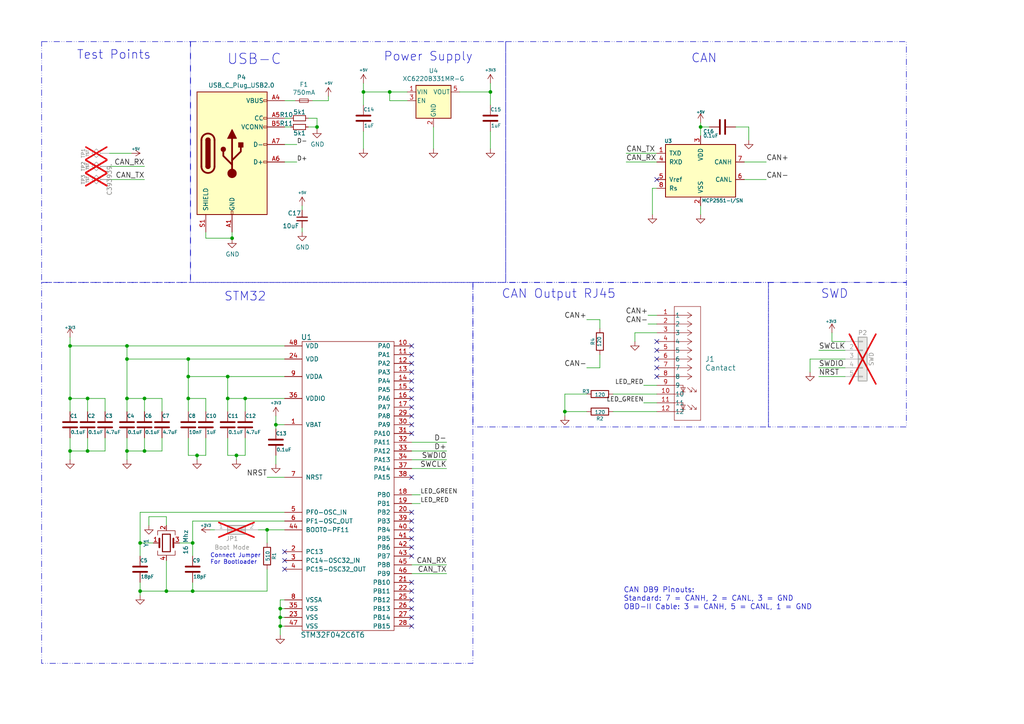
<source format=kicad_sch>
(kicad_sch (version 20250114) (generator "eeschema") (generator_version "9.0")
  (paper "A4")
  (lib_symbols
    (symbol "+3.3V_1" (power) (pin_names (offset 0))
      (property "Value" "+3.3V" (at 0 3.556 0))
      (symbol "+3.3V_1_1_1"
        (pin power_in line (at 0 0 90) (length 0) (hide yes) (name "+3V3") (number "1"))
      )
    )
    (symbol "+3.3V_10" (power) (pin_names (offset 0))
      (property "Value" "+3.3V" (at 0 3.556 0))
      (symbol "+3.3V_10_1_1"
        (pin power_in line (at 0 0 90) (length 0) (hide yes) (name "+3V3") (number "1"))
      )
    )
    (symbol "+3.3V_2" (power) (pin_names (offset 0))
      (property "Value" "+3.3V" (at 0 3.556 0))
      (symbol "+3.3V_2_1_1"
        (pin power_in line (at 0 0 90) (length 0) (hide yes) (name "+3V3") (number "1"))
      )
    )
    (symbol "+3.3V_3" (power) (pin_names (offset 0))
      (property "Value" "+3.3V" (at 0 3.556 0))
      (symbol "+3.3V_3_1_1"
        (pin power_in line (at 0 0 90) (length 0) (hide yes) (name "+3V3") (number "1"))
      )
    )
    (symbol "+3.3V_4" (power) (pin_names (offset 0))
      (property "Value" "+3.3V" (at 0 3.556 0))
      (symbol "+3.3V_4_1_1"
        (pin power_in line (at 0 0 90) (length 0) (hide yes) (name "+3V3") (number "1"))
      )
    )
    (symbol "+3.3V_5" (power) (pin_names (offset 0))
      (property "Value" "+3.3V" (at 0 3.556 0))
      (symbol "+3.3V_5_1_1"
        (pin power_in line (at 0 0 90) (length 0) (hide yes) (name "+3V3") (number "1"))
      )
    )
    (symbol "+3.3V_6" (power) (pin_names (offset 0))
      (property "Value" "+3.3V" (at 0 3.556 0))
      (symbol "+3.3V_6_1_1"
        (pin power_in line (at 0 0 90) (length 0) (hide yes) (name "+3V3") (number "1"))
      )
    )
    (symbol "+3.3V_7" (power) (pin_names (offset 0))
      (property "Value" "+3.3V" (at 0 3.556 0))
      (symbol "+3.3V_7_1_1"
        (pin power_in line (at 0 0 90) (length 0) (hide yes) (name "+3V3") (number "1"))
      )
    )
    (symbol "+3.3V_8" (power) (pin_names (offset 0))
      (property "Value" "+3.3V" (at 0 3.556 0))
      (symbol "+3.3V_8_1_1"
        (pin power_in line (at 0 0 90) (length 0) (hide yes) (name "+3V3") (number "1"))
      )
    )
    (symbol "+3.3V_9" (power) (pin_names (offset 0))
      (property "Value" "+3.3V" (at 0 3.556 0))
      (symbol "+3.3V_9_1_1"
        (pin power_in line (at 0 0 90) (length 0) (hide yes) (name "+3V3") (number "1"))
      )
    )
    (symbol "+5V_1" (power) (pin_names (offset 0))
      (property "Value" "+5V" (at 0 3.556 0))
      (symbol "+5V_1_1_1"
        (pin power_in line (at 0 0 90) (length 0) (hide yes) (name "+5V") (number "1"))
      )
    )
    (symbol "+5V_2" (power) (pin_names (offset 0))
      (property "Value" "+5V" (at 0 3.556 0))
      (symbol "+5V_2_1_1"
        (pin power_in line (at 0 0 90) (length 0) (hide yes) (name "+5V") (number "1"))
      )
    )
    (symbol "+5V_3" (power) (pin_names (offset 0))
      (property "Value" "+5V" (at 0 3.556 0))
      (symbol "+5V_3_1_1"
        (pin power_in line (at 0 0 90) (length 0) (hide yes) (name "+5V") (number "1"))
      )
    )
    (symbol "+5V_4" (power) (pin_names (offset 0))
      (property "Value" "+5V" (at 0 3.556 0))
      (symbol "+5V_4_1_1"
        (pin power_in line (at 0 0 90) (length 0) (hide yes) (name "+5V") (number "1"))
      )
    )
    (symbol "+5V_5" (power) (pin_names (offset 0))
      (property "Value" "+5V" (at 0 3.556 0))
      (symbol "+5V_5_1_1"
        (pin power_in line (at 0 0 90) (length 0) (hide yes) (name "+5V") (number "1"))
      )
    )
    (symbol "+5V_6" (power) (pin_names (offset 0))
      (property "Value" "+5V" (at 0 3.556 0))
      (symbol "+5V_6_1_1"
        (pin power_in line (at 0 0 90) (length 0) (hide yes) (name "+5V") (number "1"))
      )
    )
    (symbol "+5V_7" (power) (pin_names (offset 0))
      (property "Value" "+5V" (at 0 3.556 0))
      (symbol "+5V_7_1_1"
        (pin power_in line (at 0 0 90) (length 0) (hide yes) (name "+5V") (number "1"))
      )
    )
    (symbol "+5V_8" (power) (pin_names (offset 0))
      (property "Value" "+5V" (at 0 3.556 0))
      (symbol "+5V_8_1_1"
        (pin power_in line (at 0 0 90) (length 0) (hide yes) (name "+5V") (number "1"))
      )
    )
    (symbol "C_1" (pin_numbers (hide yes)) (pin_names (offset 0.254))
      (property "Reference" "C" (at 0.635 2.54 0))
      (property "Value" "C" (at 0.635 -2.54 0))
      (symbol "C_1_1_1"
        (pin passive line (at 0 3.81 270) (length 2.794) (name "~") (number "1"))
        (pin passive line (at 0 -3.81 90) (length 2.794) (name "~") (number "2"))
      )
    )
    (symbol "C_10" (pin_numbers (hide yes)) (pin_names (offset 0.254))
      (property "Reference" "C" (at 0.635 2.54 0))
      (property "Value" "C" (at 0.635 -2.54 0))
      (symbol "C_10_1_1"
        (pin passive line (at 0 3.81 270) (length 2.794) (name "~") (number "1"))
        (pin passive line (at 0 -3.81 90) (length 2.794) (name "~") (number "2"))
      )
    )
    (symbol "C_11" (pin_numbers (hide yes)) (pin_names (offset 0.254))
      (property "Reference" "C" (at 0.635 2.54 0))
      (property "Value" "C" (at 0.635 -2.54 0))
      (symbol "C_11_1_1"
        (pin passive line (at 0 3.81 270) (length 2.794) (name "~") (number "1"))
        (pin passive line (at 0 -3.81 90) (length 2.794) (name "~") (number "2"))
      )
    )
    (symbol "C_12" (pin_numbers (hide yes)) (pin_names (offset 0.254))
      (property "Reference" "C" (at 0.635 2.54 0))
      (property "Value" "C" (at 0.635 -2.54 0))
      (symbol "C_12_1_1"
        (pin passive line (at 0 3.81 270) (length 2.794) (name "~") (number "1"))
        (pin passive line (at 0 -3.81 90) (length 2.794) (name "~") (number "2"))
      )
    )
    (symbol "C_13" (pin_numbers (hide yes)) (pin_names (offset 0.254))
      (property "Reference" "C" (at 0.635 2.54 0))
      (property "Value" "C" (at 0.635 -2.54 0))
      (symbol "C_13_1_1"
        (pin passive line (at 0 3.81 270) (length 2.794) (name "~") (number "1"))
        (pin passive line (at 0 -3.81 90) (length 2.794) (name "~") (number "2"))
      )
    )
    (symbol "C_14" (pin_numbers (hide yes)) (pin_names (offset 0.254))
      (property "Reference" "C" (at 0.635 2.54 0))
      (property "Value" "C" (at 0.635 -2.54 0))
      (symbol "C_14_1_1"
        (pin passive line (at 0 3.81 270) (length 2.794) (name "~") (number "1"))
        (pin passive line (at 0 -3.81 90) (length 2.794) (name "~") (number "2"))
      )
    )
    (symbol "C_15" (pin_numbers (hide yes)) (pin_names (offset 0.254))
      (property "Reference" "C" (at 0.635 2.54 0))
      (property "Value" "C" (at 0.635 -2.54 0))
      (symbol "C_15_1_1"
        (pin passive line (at 0 3.81 270) (length 2.794) (name "~") (number "1"))
        (pin passive line (at 0 -3.81 90) (length 2.794) (name "~") (number "2"))
      )
    )
    (symbol "C_16" (pin_numbers (hide yes)) (pin_names (offset 0.254))
      (property "Reference" "C" (at 0.635 2.54 0))
      (property "Value" "C" (at 0.635 -2.54 0))
      (symbol "C_16_1_1"
        (pin passive line (at 0 3.81 270) (length 2.794) (name "~") (number "1"))
        (pin passive line (at 0 -3.81 90) (length 2.794) (name "~") (number "2"))
      )
    )
    (symbol "C_17" (pin_numbers (hide yes)) (pin_names (offset 0.254))
      (property "Reference" "C" (at 0.635 2.54 0))
      (property "Value" "C" (at 0.635 -2.54 0))
      (symbol "C_17_1_1"
        (pin passive line (at 0 3.81 270) (length 2.794) (name "~") (number "1"))
        (pin passive line (at 0 -3.81 90) (length 2.794) (name "~") (number "2"))
      )
    )
    (symbol "C_18" (pin_numbers (hide yes)) (pin_names (offset 0.254))
      (property "Reference" "C" (at 0.635 2.54 0))
      (property "Value" "C" (at 0.635 -2.54 0))
      (symbol "C_18_1_1"
        (pin passive line (at 0 3.81 270) (length 2.794) (name "~") (number "1"))
        (pin passive line (at 0 -3.81 90) (length 2.794) (name "~") (number "2"))
      )
    )
    (symbol "C_19" (pin_numbers (hide yes)) (pin_names (offset 0.254))
      (property "Reference" "C" (at 0.635 2.54 0))
      (property "Value" "C" (at 0.635 -2.54 0))
      (symbol "C_19_1_1"
        (pin passive line (at 0 3.81 270) (length 2.794) (name "~") (number "1"))
        (pin passive line (at 0 -3.81 90) (length 2.794) (name "~") (number "2"))
      )
    )
    (symbol "C_2" (pin_numbers (hide yes)) (pin_names (offset 0.254))
      (property "Reference" "C" (at 0.635 2.54 0))
      (property "Value" "C" (at 0.635 -2.54 0))
      (symbol "C_2_1_1"
        (pin passive line (at 0 3.81 270) (length 2.794) (name "~") (number "1"))
        (pin passive line (at 0 -3.81 90) (length 2.794) (name "~") (number "2"))
      )
    )
    (symbol "C_20" (pin_numbers (hide yes)) (pin_names (offset 0.254))
      (property "Reference" "C" (at 0.635 2.54 0))
      (property "Value" "C" (at 0.635 -2.54 0))
      (symbol "C_20_1_1"
        (pin passive line (at 0 3.81 270) (length 2.794) (name "~") (number "1"))
        (pin passive line (at 0 -3.81 90) (length 2.794) (name "~") (number "2"))
      )
    )
    (symbol "C_21" (pin_numbers (hide yes)) (pin_names (offset 0.254))
      (property "Reference" "C" (at 0.635 2.54 0))
      (property "Value" "C" (at 0.635 -2.54 0))
      (symbol "C_21_1_1"
        (pin passive line (at 0 3.81 270) (length 2.794) (name "~") (number "1"))
        (pin passive line (at 0 -3.81 90) (length 2.794) (name "~") (number "2"))
      )
    )
    (symbol "C_22" (pin_numbers (hide yes)) (pin_names (offset 0.254))
      (property "Reference" "C" (at 0.635 2.54 0))
      (property "Value" "C" (at 0.635 -2.54 0))
      (symbol "C_22_1_1"
        (pin passive line (at 0 3.81 270) (length 2.794) (name "~") (number "1"))
        (pin passive line (at 0 -3.81 90) (length 2.794) (name "~") (number "2"))
      )
    )
    (symbol "C_23" (pin_numbers (hide yes)) (pin_names (offset 0.254))
      (property "Reference" "C" (at 0.635 2.54 0))
      (property "Value" "C" (at 0.635 -2.54 0))
      (symbol "C_23_1_1"
        (pin passive line (at 0 3.81 270) (length 2.794) (name "~") (number "1"))
        (pin passive line (at 0 -3.81 90) (length 2.794) (name "~") (number "2"))
      )
    )
    (symbol "C_24" (pin_numbers (hide yes)) (pin_names (offset 0.254))
      (property "Reference" "C" (at 0.635 2.54 0))
      (property "Value" "C" (at 0.635 -2.54 0))
      (symbol "C_24_1_1"
        (pin passive line (at 0 3.81 270) (length 2.794) (name "~") (number "1"))
        (pin passive line (at 0 -3.81 90) (length 2.794) (name "~") (number "2"))
      )
    )
    (symbol "C_25" (pin_numbers (hide yes)) (pin_names (offset 0.254))
      (property "Reference" "C" (at 0.635 2.54 0))
      (property "Value" "C" (at 0.635 -2.54 0))
      (symbol "C_25_1_1"
        (pin passive line (at 0 3.81 270) (length 2.794) (name "~") (number "1"))
        (pin passive line (at 0 -3.81 90) (length 2.794) (name "~") (number "2"))
      )
    )
    (symbol "C_26" (pin_numbers (hide yes)) (pin_names (offset 0.254))
      (property "Reference" "C" (at 0.635 2.54 0))
      (property "Value" "C" (at 0.635 -2.54 0))
      (symbol "C_26_1_1"
        (pin passive line (at 0 3.81 270) (length 2.794) (name "~") (number "1"))
        (pin passive line (at 0 -3.81 90) (length 2.794) (name "~") (number "2"))
      )
    )
    (symbol "C_27" (pin_numbers (hide yes)) (pin_names (offset 0.254))
      (property "Reference" "C" (at 0.635 2.54 0))
      (property "Value" "C" (at 0.635 -2.54 0))
      (symbol "C_27_1_1"
        (pin passive line (at 0 3.81 270) (length 2.794) (name "~") (number "1"))
        (pin passive line (at 0 -3.81 90) (length 2.794) (name "~") (number "2"))
      )
    )
    (symbol "C_28" (pin_numbers (hide yes)) (pin_names (offset 0.254))
      (property "Reference" "C" (at 0.635 2.54 0))
      (property "Value" "C" (at 0.635 -2.54 0))
      (symbol "C_28_1_1"
        (pin passive line (at 0 3.81 270) (length 2.794) (name "~") (number "1"))
        (pin passive line (at 0 -3.81 90) (length 2.794) (name "~") (number "2"))
      )
    )
    (symbol "C_29" (pin_numbers (hide yes)) (pin_names (offset 0.254))
      (property "Reference" "C" (at 0.635 2.54 0))
      (property "Value" "C" (at 0.635 -2.54 0))
      (symbol "C_29_1_1"
        (pin passive line (at 0 3.81 270) (length 2.794) (name "~") (number "1"))
        (pin passive line (at 0 -3.81 90) (length 2.794) (name "~") (number "2"))
      )
    )
    (symbol "C_3" (pin_numbers (hide yes)) (pin_names (offset 0.254))
      (property "Reference" "C" (at 0.635 2.54 0))
      (property "Value" "C" (at 0.635 -2.54 0))
      (symbol "C_3_1_1"
        (pin passive line (at 0 3.81 270) (length 2.794) (name "~") (number "1"))
        (pin passive line (at 0 -3.81 90) (length 2.794) (name "~") (number "2"))
      )
    )
    (symbol "C_30" (pin_numbers (hide yes)) (pin_names (offset 0.254))
      (property "Reference" "C" (at 0.635 2.54 0))
      (property "Value" "C" (at 0.635 -2.54 0))
      (symbol "C_30_1_1"
        (pin passive line (at 0 3.81 270) (length 2.794) (name "~") (number "1"))
        (pin passive line (at 0 -3.81 90) (length 2.794) (name "~") (number "2"))
      )
    )
    (symbol "C_31" (pin_numbers (hide yes)) (pin_names (offset 0.254))
      (property "Reference" "C" (at 0.635 2.54 0))
      (property "Value" "C" (at 0.635 -2.54 0))
      (symbol "C_31_1_1"
        (pin passive line (at 0 3.81 270) (length 2.794) (name "~") (number "1"))
        (pin passive line (at 0 -3.81 90) (length 2.794) (name "~") (number "2"))
      )
    )
    (symbol "C_32" (pin_numbers (hide yes)) (pin_names (offset 0.254))
      (property "Reference" "C" (at 0.635 2.54 0))
      (property "Value" "C" (at 0.635 -2.54 0))
      (symbol "C_32_1_1"
        (pin passive line (at 0 3.81 270) (length 2.794) (name "~") (number "1"))
        (pin passive line (at 0 -3.81 90) (length 2.794) (name "~") (number "2"))
      )
    )
    (symbol "C_4" (pin_numbers (hide yes)) (pin_names (offset 0.254))
      (property "Reference" "C" (at 0.635 2.54 0))
      (property "Value" "C" (at 0.635 -2.54 0))
      (symbol "C_4_1_1"
        (pin passive line (at 0 3.81 270) (length 2.794) (name "~") (number "1"))
        (pin passive line (at 0 -3.81 90) (length 2.794) (name "~") (number "2"))
      )
    )
    (symbol "C_5" (pin_numbers (hide yes)) (pin_names (offset 0.254))
      (property "Reference" "C" (at 0.635 2.54 0))
      (property "Value" "C" (at 0.635 -2.54 0))
      (symbol "C_5_1_1"
        (pin passive line (at 0 3.81 270) (length 2.794) (name "~") (number "1"))
        (pin passive line (at 0 -3.81 90) (length 2.794) (name "~") (number "2"))
      )
    )
    (symbol "C_6" (pin_numbers (hide yes)) (pin_names (offset 0.254))
      (property "Reference" "C" (at 0.635 2.54 0))
      (property "Value" "C" (at 0.635 -2.54 0))
      (symbol "C_6_1_1"
        (pin passive line (at 0 3.81 270) (length 2.794) (name "~") (number "1"))
        (pin passive line (at 0 -3.81 90) (length 2.794) (name "~") (number "2"))
      )
    )
    (symbol "C_7" (pin_numbers (hide yes)) (pin_names (offset 0.254))
      (property "Reference" "C" (at 0.635 2.54 0))
      (property "Value" "C" (at 0.635 -2.54 0))
      (symbol "C_7_1_1"
        (pin passive line (at 0 3.81 270) (length 2.794) (name "~") (number "1"))
        (pin passive line (at 0 -3.81 90) (length 2.794) (name "~") (number "2"))
      )
    )
    (symbol "C_8" (pin_numbers (hide yes)) (pin_names (offset 0.254))
      (property "Reference" "C" (at 0.635 2.54 0))
      (property "Value" "C" (at 0.635 -2.54 0))
      (symbol "C_8_1_1"
        (pin passive line (at 0 3.81 270) (length 2.794) (name "~") (number "1"))
        (pin passive line (at 0 -3.81 90) (length 2.794) (name "~") (number "2"))
      )
    )
    (symbol "C_9" (pin_numbers (hide yes)) (pin_names (offset 0.254))
      (property "Reference" "C" (at 0.635 2.54 0))
      (property "Value" "C" (at 0.635 -2.54 0))
      (symbol "C_9_1_1"
        (pin passive line (at 0 3.81 270) (length 2.794) (name "~") (number "1"))
        (pin passive line (at 0 -3.81 90) (length 2.794) (name "~") (number "2"))
      )
    )
    (symbol "Conn_01x05_1" (pin_names (offset 1.016) (hide yes))
      (property "Reference" "J" (at 0 7.62 0))
      (property "Value" "Conn_01x05" (at 0 -7.62 0))
      (symbol "Conn_01x05_1_1_1"
        (pin passive line (at -5.08 5.08 0) (length 3.81) (name "Pin_1") (number "1"))
        (pin passive line (at -5.08 2.54 0) (length 3.81) (name "Pin_2") (number "2"))
        (pin passive line (at -5.08 0 0) (length 3.81) (name "Pin_3") (number "3"))
        (pin passive line (at -5.08 -2.54 0) (length 3.81) (name "Pin_4") (number "4"))
        (pin passive line (at -5.08 -5.08 0) (length 3.81) (name "Pin_5") (number "5"))
      )
    )
    (symbol "Conn_01x05_2" (pin_names (offset 1.016) (hide yes))
      (property "Reference" "J" (at 0 7.62 0))
      (property "Value" "Conn_01x05" (at 0 -7.62 0))
      (symbol "Conn_01x05_2_1_1"
        (pin passive line (at -5.08 5.08 0) (length 3.81) (name "Pin_1") (number "1"))
        (pin passive line (at -5.08 2.54 0) (length 3.81) (name "Pin_2") (number "2"))
        (pin passive line (at -5.08 0 0) (length 3.81) (name "Pin_3") (number "3"))
        (pin passive line (at -5.08 -2.54 0) (length 3.81) (name "Pin_4") (number "4"))
        (pin passive line (at -5.08 -5.08 0) (length 3.81) (name "Pin_5") (number "5"))
      )
    )
    (symbol "Conn_02x01_1" (pin_names (offset 1.016) (hide yes))
      (property "Reference" "J" (at 1.27 2.54 0))
      (property "Value" "Conn_02x01" (at 1.27 -2.54 0))
      (symbol "Conn_02x01_1_1_1"
        (pin passive line (at -5.08 0 0) (length 3.81) (name "Pin_1") (number "1"))
        (pin passive line (at 7.62 0 180) (length 3.81) (name "Pin_2") (number "2"))
      )
    )
    (symbol "Conn_02x01_2" (pin_names (offset 1.016) (hide yes))
      (property "Reference" "J" (at 1.27 2.54 0))
      (property "Value" "Conn_02x01" (at 1.27 -2.54 0))
      (symbol "Conn_02x01_2_1_1"
        (pin passive line (at -5.08 0 0) (length 3.81) (name "Pin_1") (number "1"))
        (pin passive line (at 7.62 0 180) (length 3.81) (name "Pin_2") (number "2"))
      )
    )
    (symbol "Conn_02x02_Odd_Even_1" (pin_names (offset 1.016) (hide yes))
      (property "Reference" "J" (at 1.27 2.54 0))
      (property "Value" "Conn_02x02_Odd_Even" (at 1.27 -5.08 0))
      (symbol "Conn_02x02_Odd_Even_1_1_1"
        (pin passive line (at -5.08 0 0) (length 3.81) (name "Pin_1") (number "1"))
        (pin passive line (at -5.08 -2.54 0) (length 3.81) (name "Pin_3") (number "3"))
        (pin passive line (at 7.62 0 180) (length 3.81) (name "Pin_2") (number "2"))
        (pin passive line (at 7.62 -2.54 180) (length 3.81) (name "Pin_4") (number "4"))
      )
    )
    (symbol "Conn_02x02_Odd_Even_2" (pin_names (offset 1.016) (hide yes))
      (property "Reference" "J" (at 1.27 2.54 0))
      (property "Value" "Conn_02x02_Odd_Even" (at 1.27 -5.08 0))
      (symbol "Conn_02x02_Odd_Even_2_1_1"
        (pin passive line (at -5.08 0 0) (length 3.81) (name "Pin_1") (number "1"))
        (pin passive line (at -5.08 -2.54 0) (length 3.81) (name "Pin_3") (number "3"))
        (pin passive line (at 7.62 0 180) (length 3.81) (name "Pin_2") (number "2"))
        (pin passive line (at 7.62 -2.54 180) (length 3.81) (name "Pin_4") (number "4"))
      )
    )
    (symbol "Conn_02x02_Odd_Even_3" (pin_names (offset 1.016) (hide yes))
      (property "Reference" "J" (at 1.27 2.54 0))
      (property "Value" "Conn_02x02_Odd_Even" (at 1.27 -5.08 0))
      (symbol "Conn_02x02_Odd_Even_3_1_1"
        (pin passive line (at -5.08 0 0) (length 3.81) (name "Pin_1") (number "1"))
        (pin passive line (at -5.08 -2.54 0) (length 3.81) (name "Pin_3") (number "3"))
        (pin passive line (at 7.62 0 180) (length 3.81) (name "Pin_2") (number "2"))
        (pin passive line (at 7.62 -2.54 180) (length 3.81) (name "Pin_4") (number "4"))
      )
    )
    (symbol "Conn_02x02_Odd_Even_4" (pin_names (offset 1.016) (hide yes))
      (property "Reference" "J" (at 1.27 2.54 0))
      (property "Value" "Conn_02x02_Odd_Even" (at 1.27 -5.08 0))
      (symbol "Conn_02x02_Odd_Even_4_1_1"
        (pin passive line (at -5.08 0 0) (length 3.81) (name "Pin_1") (number "1"))
        (pin passive line (at -5.08 -2.54 0) (length 3.81) (name "Pin_3") (number "3"))
        (pin passive line (at 7.62 0 180) (length 3.81) (name "Pin_2") (number "2"))
        (pin passive line (at 7.62 -2.54 180) (length 3.81) (name "Pin_4") (number "4"))
      )
    )
    (symbol "Crystal_1" (pin_numbers (hide yes)) (pin_names (offset 1.016) (hide yes))
      (property "Reference" "Y" (at 0 3.81 0))
      (property "Value" "Crystal" (at 0 -3.81 0))
      (symbol "Crystal_1_1_1"
        (pin passive line (at -3.81 0 0) (length 1.27) (name "1") (number "1"))
        (pin passive line (at 3.81 0 180) (length 1.27) (name "2") (number "2"))
      )
    )
    (symbol "DB9_Female_1" (pin_names (offset 1.016) (hide yes))
      (property "Reference" "J" (at 0 13.97 0))
      (property "Value" "DB9_Female" (at 0 -14.605 0))
      (symbol "DB9_Female_1_1_1"
        (pin passive line (at -7.62 10.16 0) (length 3.81) (name "1") (number "1"))
        (pin passive line (at -7.62 7.62 0) (length 3.81) (name "6") (number "6"))
        (pin passive line (at -7.62 5.08 0) (length 3.81) (name "2") (number "2"))
        (pin passive line (at -7.62 2.54 0) (length 3.81) (name "7") (number "7"))
        (pin passive line (at -7.62 0 0) (length 3.81) (name "3") (number "3"))
        (pin passive line (at -7.62 -2.54 0) (length 3.81) (name "8") (number "8"))
        (pin passive line (at -7.62 -5.08 0) (length 3.81) (name "4") (number "4"))
        (pin passive line (at -7.62 -7.62 0) (length 3.81) (name "9") (number "9"))
        (pin passive line (at -7.62 -10.16 0) (length 3.81) (name "5") (number "5"))
      )
    )
    (symbol "Device:C_Small" (pin_numbers (hide yes)) (pin_names (offset 0.254) (hide yes))
      (property "Reference" "C" (at 0.254 1.778 0))
      (property "Value" "C_Small" (at 0.254 -2.032 0))
      (symbol "C_Small_1_1"
        (pin passive line (at 0 2.54 270) (length 2.032) (name "~") (number "1"))
        (pin passive line (at 0 -2.54 90) (length 2.032) (name "~") (number "2"))
      )
    )
    (symbol "Device:Crystal_GND24" (pin_names (offset 1.016) (hide yes))
      (property "Reference" "Y" (at 3.175 5.08 0))
      (property "Value" "Crystal_GND24" (at 3.175 3.175 0))
      (symbol "Crystal_GND24_1_1"
        (pin passive line (at -3.81 0 0) (length 1.27) (name "1") (number "1"))
        (pin passive line (at 0 5.08 270) (length 1.27) (name "2") (number "2"))
        (pin passive line (at 0 -5.08 90) (length 1.27) (name "4") (number "4"))
        (pin passive line (at 3.81 0 180) (length 1.27) (name "3") (number "3"))
      )
    )
    (symbol "Device:Fuse_Small" (pin_numbers (hide yes)) (pin_names (offset 0.254) (hide yes))
      (property "Reference" "F" (at 0 -1.524 0))
      (property "Value" "Fuse_Small" (at 0 1.524 0))
      (symbol "Fuse_Small_1_1"
        (pin passive line (at -2.54 0 0) (length 1.27) (name "~") (number "1"))
        (pin passive line (at 2.54 0 180) (length 1.27) (name "~") (number "2"))
      )
    )
    (symbol "Device:R_Small" (pin_numbers (hide yes)) (pin_names (offset 0.254) (hide yes))
      (property "Reference" "R" (at 0.762 0.508 0))
      (property "Value" "R_Small" (at 0.762 -1.016 0))
      (symbol "R_Small_1_1"
        (pin passive line (at 0 2.54 270) (length 0.762) (name "~") (number "1"))
        (pin passive line (at 0 -2.54 90) (length 0.762) (name "~") (number "2"))
      )
    )
    (symbol "GND_1" (power) (pin_names (offset 0))
      (property "Value" "GND" (at 0 -3.81 0))
      (symbol "GND_1_1_1"
        (pin power_in line (at 0 0 270) (length 0) (hide yes) (name "GND") (number "1"))
      )
    )
    (symbol "GND_10" (power) (pin_names (offset 0))
      (property "Value" "GND" (at 0 -3.81 0))
      (symbol "GND_10_1_1"
        (pin power_in line (at 0 0 270) (length 0) (hide yes) (name "GND") (number "1"))
      )
    )
    (symbol "GND_11" (power) (pin_names (offset 0))
      (property "Value" "GND" (at 0 -3.81 0))
      (symbol "GND_11_1_1"
        (pin power_in line (at 0 0 270) (length 0) (hide yes) (name "GND") (number "1"))
      )
    )
    (symbol "GND_12" (power) (pin_names (offset 0))
      (property "Value" "GND" (at 0 -3.81 0))
      (symbol "GND_12_1_1"
        (pin power_in line (at 0 0 270) (length 0) (hide yes) (name "GND") (number "1"))
      )
    )
    (symbol "GND_13" (power) (pin_names (offset 0))
      (property "Value" "GND" (at 0 -3.81 0))
      (symbol "GND_13_1_1"
        (pin power_in line (at 0 0 270) (length 0) (hide yes) (name "GND") (number "1"))
      )
    )
    (symbol "GND_14" (power) (pin_names (offset 0))
      (property "Value" "GND" (at 0 -3.81 0))
      (symbol "GND_14_1_1"
        (pin power_in line (at 0 0 270) (length 0) (hide yes) (name "GND") (number "1"))
      )
    )
    (symbol "GND_15" (power) (pin_names (offset 0))
      (property "Value" "GND" (at 0 -3.81 0))
      (symbol "GND_15_1_1"
        (pin power_in line (at 0 0 270) (length 0) (hide yes) (name "GND") (number "1"))
      )
    )
    (symbol "GND_16" (power) (pin_names (offset 0))
      (property "Value" "GND" (at 0 -3.81 0))
      (symbol "GND_16_1_1"
        (pin power_in line (at 0 0 270) (length 0) (hide yes) (name "GND") (number "1"))
      )
    )
    (symbol "GND_17" (power) (pin_names (offset 0))
      (property "Value" "GND" (at 0 -3.81 0))
      (symbol "GND_17_1_1"
        (pin power_in line (at 0 0 270) (length 0) (hide yes) (name "GND") (number "1"))
      )
    )
    (symbol "GND_18" (power) (pin_names (offset 0))
      (property "Value" "GND" (at 0 -3.81 0))
      (symbol "GND_18_1_1"
        (pin power_in line (at 0 0 270) (length 0) (hide yes) (name "GND") (number "1"))
      )
    )
    (symbol "GND_19" (power) (pin_names (offset 0))
      (property "Value" "GND" (at 0 -3.81 0))
      (symbol "GND_19_1_1"
        (pin power_in line (at 0 0 270) (length 0) (hide yes) (name "GND") (number "1"))
      )
    )
    (symbol "GND_2" (power) (pin_names (offset 0))
      (property "Value" "GND" (at 0 -3.81 0))
      (symbol "GND_2_1_1"
        (pin power_in line (at 0 0 270) (length 0) (hide yes) (name "GND") (number "1"))
      )
    )
    (symbol "GND_20" (power) (pin_names (offset 0))
      (property "Value" "GND" (at 0 -3.81 0))
      (symbol "GND_20_1_1"
        (pin power_in line (at 0 0 270) (length 0) (hide yes) (name "GND") (number "1"))
      )
    )
    (symbol "GND_21" (power) (pin_names (offset 0))
      (property "Value" "GND" (at 0 -3.81 0))
      (symbol "GND_21_1_1"
        (pin power_in line (at 0 0 270) (length 0) (hide yes) (name "GND") (number "1"))
      )
    )
    (symbol "GND_22" (power) (pin_names (offset 0))
      (property "Value" "GND" (at 0 -3.81 0))
      (symbol "GND_22_1_1"
        (pin power_in line (at 0 0 270) (length 0) (hide yes) (name "GND") (number "1"))
      )
    )
    (symbol "GND_23" (power) (pin_names (offset 0))
      (property "Value" "GND" (at 0 -3.81 0))
      (symbol "GND_23_1_1"
        (pin power_in line (at 0 0 270) (length 0) (hide yes) (name "GND") (number "1"))
      )
    )
    (symbol "GND_25" (power) (pin_names (offset 0))
      (property "Value" "GND" (at 0 -3.81 0))
      (symbol "GND_25_1_1"
        (pin power_in line (at 0 0 270) (length 0) (hide yes) (name "GND") (number "1"))
      )
    )
    (symbol "GND_27" (power) (pin_names (offset 0))
      (property "Value" "GND" (at 0 -3.81 0))
      (symbol "GND_27_1_1"
        (pin power_in line (at 0 0 270) (length 0) (hide yes) (name "GND") (number "1"))
      )
    )
    (symbol "GND_28" (power) (pin_names (offset 0))
      (property "Value" "GND" (at 0 -3.81 0))
      (symbol "GND_28_1_1"
        (pin power_in line (at 0 0 270) (length 0) (hide yes) (name "GND") (number "1"))
      )
    )
    (symbol "GND_29" (power) (pin_names (offset 0))
      (property "Value" "GND" (at 0 -3.81 0))
      (symbol "GND_29_1_1"
        (pin power_in line (at 0 0 270) (length 0) (hide yes) (name "GND") (number "1"))
      )
    )
    (symbol "GND_3" (power) (pin_names (offset 0))
      (property "Value" "GND" (at 0 -3.81 0))
      (symbol "GND_3_1_1"
        (pin power_in line (at 0 0 270) (length 0) (hide yes) (name "GND") (number "1"))
      )
    )
    (symbol "GND_30" (power) (pin_names (offset 0))
      (property "Value" "GND" (at 0 -3.81 0))
      (symbol "GND_30_1_1"
        (pin power_in line (at 0 0 270) (length 0) (hide yes) (name "GND") (number "1"))
      )
    )
    (symbol "GND_31" (power) (pin_names (offset 0))
      (property "Value" "GND" (at 0 -3.81 0))
      (symbol "GND_31_1_1"
        (pin power_in line (at 0 0 270) (length 0) (hide yes) (name "GND") (number "1"))
      )
    )
    (symbol "GND_32" (power) (pin_names (offset 0))
      (property "Value" "GND" (at 0 -3.81 0))
      (symbol "GND_32_1_1"
        (pin power_in line (at 0 0 270) (length 0) (hide yes) (name "GND") (number "1"))
      )
    )
    (symbol "GND_33" (power) (pin_names (offset 0))
      (property "Value" "GND" (at 0 -3.81 0))
      (symbol "GND_33_1_1"
        (pin power_in line (at 0 0 270) (length 0) (hide yes) (name "GND") (number "1"))
      )
    )
    (symbol "GND_34" (power) (pin_names (offset 0))
      (property "Value" "GND" (at 0 -3.81 0))
      (symbol "GND_34_1_1"
        (pin power_in line (at 0 0 270) (length 0) (hide yes) (name "GND") (number "1"))
      )
    )
    (symbol "GND_4" (power) (pin_names (offset 0))
      (property "Value" "GND" (at 0 -3.81 0))
      (symbol "GND_4_1_1"
        (pin power_in line (at 0 0 270) (length 0) (hide yes) (name "GND") (number "1"))
      )
    )
    (symbol "GND_5" (power) (pin_names (offset 0))
      (property "Value" "GND" (at 0 -3.81 0))
      (symbol "GND_5_1_1"
        (pin power_in line (at 0 0 270) (length 0) (hide yes) (name "GND") (number "1"))
      )
    )
    (symbol "GND_6" (power) (pin_names (offset 0))
      (property "Value" "GND" (at 0 -3.81 0))
      (symbol "GND_6_1_1"
        (pin power_in line (at 0 0 270) (length 0) (hide yes) (name "GND") (number "1"))
      )
    )
    (symbol "GND_7" (power) (pin_names (offset 0))
      (property "Value" "GND" (at 0 -3.81 0))
      (symbol "GND_7_1_1"
        (pin power_in line (at 0 0 270) (length 0) (hide yes) (name "GND") (number "1"))
      )
    )
    (symbol "GND_8" (power) (pin_names (offset 0))
      (property "Value" "GND" (at 0 -3.81 0))
      (symbol "GND_8_1_1"
        (pin power_in line (at 0 0 270) (length 0) (hide yes) (name "GND") (number "1"))
      )
    )
    (symbol "GND_9" (power) (pin_names (offset 0))
      (property "Value" "GND" (at 0 -3.81 0))
      (symbol "GND_9_1_1"
        (pin power_in line (at 0 0 270) (length 0) (hide yes) (name "GND") (number "1"))
      )
    )
    (symbol "HunterCat-NFC-rescue:AP2112K-3.3-Regulator_Linear" (pin_names (offset 0.254))
      (property "Reference" "U" (at -5.08 5.715 0))
      (property "Value" "AP2112K-3.3-Regulator_Linear" (at 0 5.715 0))
      (symbol "AP2112K-3.3-Regulator_Linear_1_1"
        (pin power_in line (at -7.62 2.54 0) (length 2.54) (name "VIN") (number "1"))
        (pin input line (at -7.62 0 0) (length 2.54) (name "EN") (number "3"))
        (pin power_in line (at 0 -7.62 90) (length 2.54) (name "GND") (number "2"))
        (pin power_out line (at 7.62 2.54 180) (length 2.54) (name "VOUT") (number "5"))
        (pin no_connect line (at 7.62 0 180) (length 2.54) (hide yes) (name "NC") (number "4"))
      )
    )
    (symbol "HunterCat-NFC-rescue:USB_C_Plug_USB2.0-Connector" (pin_names (offset 1.016))
      (property "Reference" "P" (at -10.16 19.05 0))
      (property "Value" "USB_C_Plug_USB2.0-Connector" (at 12.7 19.05 0))
      (symbol "USB_C_Plug_USB2.0-Connector_1_1"
        (pin passive line (at -7.62 -22.86 90) (length 5.08) (name "SHIELD") (number "S1"))
        (pin power_in line (at 0 -22.86 90) (length 5.08) (name "GND") (number "A1"))
        (pin passive line (at 0 -22.86 90) (length 5.08) (hide yes) (name "GND") (number "A12"))
        (pin passive line (at 0 -22.86 90) (length 5.08) (hide yes) (name "GND") (number "B1"))
        (pin passive line (at 0 -22.86 90) (length 5.08) (hide yes) (name "GND") (number "B12"))
        (pin power_in line (at 15.24 15.24 180) (length 5.08) (name "VBUS") (number "A4"))
        (pin passive line (at 15.24 15.24 180) (length 5.08) (hide yes) (name "VBUS") (number "A9"))
        (pin passive line (at 15.24 15.24 180) (length 5.08) (hide yes) (name "VBUS") (number "B4"))
        (pin passive line (at 15.24 15.24 180) (length 5.08) (hide yes) (name "VBUS") (number "B9"))
        (pin bidirectional line (at 15.24 10.16 180) (length 5.08) (name "CC") (number "A5"))
        (pin bidirectional line (at 15.24 7.62 180) (length 5.08) (name "VCONN") (number "B5"))
        (pin bidirectional line (at 15.24 2.54 180) (length 5.08) (name "D-") (number "A7"))
        (pin bidirectional line (at 15.24 -2.54 180) (length 5.08) (name "D+") (number "A6"))
      )
    )
    (symbol "LED_1" (pin_names (offset 1.016) (hide yes))
      (property "Reference" "D" (at 0 2.54 0))
      (property "Value" "LED" (at 0 -2.54 0))
      (symbol "LED_1_1_1"
        (pin passive line (at -3.81 0 0) (length 2.54) (name "K") (number "1"))
        (pin passive line (at 3.81 0 180) (length 2.54) (name "A") (number "2"))
      )
    )
    (symbol "LED_2" (pin_names (offset 1.016) (hide yes))
      (property "Reference" "D" (at 0 2.54 0))
      (property "Value" "LED" (at 0 -2.54 0))
      (symbol "LED_2_1_1"
        (pin passive line (at -3.81 0 0) (length 2.54) (name "K") (number "1"))
        (pin passive line (at 3.81 0 180) (length 2.54) (name "A") (number "2"))
      )
    )
    (symbol "MCP2551-I/SN_1" (pin_names (offset 1.016))
      (property "Reference" "U" (at -10.16 8.89 0))
      (property "Value" "MCP2551-I/SN" (at 2.54 8.89 0))
      (symbol "MCP2551-I/SN_1_1_1"
        (pin input line (at -12.7 5.08 0) (length 2.54) (name "TXD") (number "1"))
        (pin output line (at -12.7 2.54 0) (length 2.54) (name "RXD") (number "4"))
        (pin power_out line (at -12.7 -2.54 0) (length 2.54) (name "Vref") (number "5"))
        (pin input line (at -12.7 -5.08 0) (length 2.54) (name "Rs") (number "8"))
        (pin power_in line (at 0 10.16 270) (length 2.54) (name "VDD") (number "3"))
        (pin power_in line (at 0 -10.16 90) (length 2.54) (name "VSS") (number "2"))
        (pin bidirectional line (at 12.7 2.54 180) (length 2.54) (name "CANH") (number "7"))
        (pin bidirectional line (at 12.7 -2.54 180) (length 2.54) (name "CANL") (number "6"))
      )
    )
    (symbol "MCP2551-I/SN_2" (pin_names (offset 1.016))
      (property "Reference" "U" (at -10.16 8.89 0))
      (property "Value" "MCP2551-I/SN" (at 2.54 8.89 0))
      (symbol "MCP2551-I/SN_2_1_1"
        (pin input line (at -12.7 5.08 0) (length 2.54) (name "TXD") (number "1"))
        (pin output line (at -12.7 2.54 0) (length 2.54) (name "RXD") (number "4"))
        (pin power_out line (at -12.7 -2.54 0) (length 2.54) (name "Vref") (number "5"))
        (pin input line (at -12.7 -5.08 0) (length 2.54) (name "Rs") (number "8"))
        (pin power_in line (at 0 10.16 270) (length 2.54) (name "VDD") (number "3"))
        (pin power_in line (at 0 -10.16 90) (length 2.54) (name "VSS") (number "2"))
        (pin bidirectional line (at 12.7 2.54 180) (length 2.54) (name "CANH") (number "7"))
        (pin bidirectional line (at 12.7 -2.54 180) (length 2.54) (name "CANL") (number "6"))
      )
    )
    (symbol "R_1" (pin_numbers (hide yes)) (pin_names (offset 0))
      (property "Reference" "R" (at 2.032 0 90))
      (property "Value" "R" (at 0 0 90))
      (symbol "R_1_1_1"
        (pin passive line (at 0 3.81 270) (length 1.27) (name "~") (number "1"))
        (pin passive line (at 0 -3.81 90) (length 1.27) (name "~") (number "2"))
      )
    )
    (symbol "R_2" (pin_numbers (hide yes)) (pin_names (offset 0))
      (property "Reference" "R" (at 2.032 0 90))
      (property "Value" "R" (at 0 0 90))
      (symbol "R_2_1_1"
        (pin passive line (at 0 3.81 270) (length 1.27) (name "~") (number "1"))
        (pin passive line (at 0 -3.81 90) (length 1.27) (name "~") (number "2"))
      )
    )
    (symbol "R_3" (pin_numbers (hide yes)) (pin_names (offset 0))
      (property "Reference" "R" (at 2.032 0 90))
      (property "Value" "R" (at 0 0 90))
      (symbol "R_3_1_1"
        (pin passive line (at 0 3.81 270) (length 1.27) (name "~") (number "1"))
        (pin passive line (at 0 -3.81 90) (length 1.27) (name "~") (number "2"))
      )
    )
    (symbol "R_4" (pin_numbers (hide yes)) (pin_names (offset 0))
      (property "Reference" "R" (at 2.032 0 90))
      (property "Value" "R" (at 0 0 90))
      (symbol "R_4_1_1"
        (pin passive line (at 0 3.81 270) (length 1.27) (name "~") (number "1"))
        (pin passive line (at 0 -3.81 90) (length 1.27) (name "~") (number "2"))
      )
    )
    (symbol "R_5" (pin_numbers (hide yes)) (pin_names (offset 0))
      (property "Reference" "R" (at 2.032 0 90))
      (property "Value" "R" (at 0 0 90))
      (symbol "R_5_1_1"
        (pin passive line (at 0 3.81 270) (length 1.27) (name "~") (number "1"))
        (pin passive line (at 0 -3.81 90) (length 1.27) (name "~") (number "2"))
      )
    )
    (symbol "R_6" (pin_numbers (hide yes)) (pin_names (offset 0))
      (property "Reference" "R" (at 2.032 0 90))
      (property "Value" "R" (at 0 0 90))
      (symbol "R_6_1_1"
        (pin passive line (at 0 3.81 270) (length 1.27) (name "~") (number "1"))
        (pin passive line (at 0 -3.81 90) (length 1.27) (name "~") (number "2"))
      )
    )
    (symbol "R_7" (pin_numbers (hide yes)) (pin_names (offset 0))
      (property "Reference" "R" (at 2.032 0 90))
      (property "Value" "R" (at 0 0 90))
      (symbol "R_7_1_1"
        (pin passive line (at 0 3.81 270) (length 1.27) (name "~") (number "1"))
        (pin passive line (at 0 -3.81 90) (length 1.27) (name "~") (number "2"))
      )
    )
    (symbol "R_8" (pin_numbers (hide yes)) (pin_names (offset 0))
      (property "Reference" "R" (at 2.032 0 90))
      (property "Value" "R" (at 0 0 90))
      (symbol "R_8_1_1"
        (pin passive line (at 0 3.81 270) (length 1.27) (name "~") (number "1"))
        (pin passive line (at 0 -3.81 90) (length 1.27) (name "~") (number "2"))
      )
    )
    (symbol "TEST_1" (pin_numbers (hide yes)) (pin_names (offset 1.016) (hide yes))
      (property "Reference" "TP" (at 0 7.62 0))
      (property "Value" "TEST" (at 0 6.35 0))
      (symbol "TEST_1_1_1"
        (pin passive line (at 0 0 90) (length 2.54) (name "~") (number "1"))
      )
    )
    (symbol "TEST_2" (pin_numbers (hide yes)) (pin_names (offset 1.016) (hide yes))
      (property "Reference" "TP" (at 0 7.62 0))
      (property "Value" "TEST" (at 0 6.35 0))
      (symbol "TEST_2_1_1"
        (pin passive line (at 0 0 90) (length 2.54) (name "~") (number "1"))
      )
    )
    (symbol "TEST_3" (pin_numbers (hide yes)) (pin_names (offset 1.016) (hide yes))
      (property "Reference" "TP" (at 0 7.62 0))
      (property "Value" "TEST" (at 0 6.35 0))
      (symbol "TEST_3_1_1"
        (pin passive line (at 0 0 90) (length 2.54) (name "~") (number "1"))
      )
    )
    (symbol "TEST_4" (pin_numbers (hide yes)) (pin_names (offset 1.016) (hide yes))
      (property "Reference" "TP" (at 0 7.62 0))
      (property "Value" "TEST" (at 0 6.35 0))
      (symbol "TEST_4_1_1"
        (pin passive line (at 0 0 90) (length 2.54) (name "~") (number "1"))
      )
    )
    (symbol "TEST_5" (pin_numbers (hide yes)) (pin_names (offset 1.016) (hide yes))
      (property "Reference" "TP" (at 0 7.62 0))
      (property "Value" "TEST" (at 0 6.35 0))
      (symbol "TEST_5_1_1"
        (pin passive line (at 0 0 90) (length 2.54) (name "~") (number "1"))
      )
    )
    (symbol "TEST_6" (pin_numbers (hide yes)) (pin_names (offset 1.016) (hide yes))
      (property "Reference" "TP" (at 0 7.62 0))
      (property "Value" "TEST" (at 0 6.35 0))
      (symbol "TEST_6_1_1"
        (pin passive line (at 0 0 90) (length 2.54) (name "~") (number "1"))
      )
    )
    (symbol "USB_B_1" (pin_names (offset 1.016))
      (property "Reference" "J" (at -5.08 11.43 0))
      (property "Value" "USB_B" (at -5.08 8.89 0))
      (symbol "USB_B_1_1_1"
        (pin passive line (at -2.54 -10.16 90) (length 2.54) (name "Shield") (number "5"))
        (pin power_out line (at 0 -10.16 90) (length 2.54) (name "GND") (number "4"))
        (pin power_out line (at 7.62 5.08 180) (length 2.54) (name "VBUS") (number "1"))
        (pin passive line (at 7.62 0 180) (length 2.54) (name "D+") (number "3"))
        (pin passive line (at 7.62 -2.54 180) (length 2.54) (name "D-") (number "2"))
      )
    )
    (symbol "cantact:STM32F042C6T6" (pin_names (offset 1.016))
      (property "Reference" "U" (at -11.43 31.75 0))
      (property "Value" "STM32F042C6T6" (at -3.81 -54.61 0))
      (symbol "STM32F042C6T6_1_1"
        (pin input line (at -17.78 29.21 0) (length 5.08) (name "VDD") (number "48"))
        (pin input line (at -17.78 25.4 0) (length 5.08) (name "VDD") (number "24"))
        (pin input line (at -17.78 20.32 0) (length 5.08) (name "VDDA") (number "9"))
        (pin input line (at -17.78 13.97 0) (length 5.08) (name "VDDIO") (number "36"))
        (pin input line (at -17.78 6.35 0) (length 5.08) (name "VBAT") (number "1"))
        (pin input line (at -17.78 -8.89 0) (length 5.08) (name "NRST") (number "7"))
        (pin input line (at -17.78 -19.05 0) (length 5.08) (name "PF0-OSC_IN") (number "5"))
        (pin input line (at -17.78 -21.59 0) (length 5.08) (name "PF1-OSC_OUT") (number "6"))
        (pin input line (at -17.78 -24.13 0) (length 5.08) (name "BOOT0-PF11") (number "44"))
        (pin input line (at -17.78 -30.48 0) (length 5.08) (name "PC13") (number "2"))
        (pin input line (at -17.78 -33.02 0) (length 5.08) (name "PC14-OSC32_IN") (number "3"))
        (pin input line (at -17.78 -35.56 0) (length 5.08) (name "PC15-OSC32_OUT") (number "4"))
        (pin input line (at -17.78 -44.45 0) (length 5.08) (name "VSSA") (number "8"))
        (pin input line (at -17.78 -46.99 0) (length 5.08) (name "VSS") (number "35"))
        (pin input line (at -17.78 -49.53 0) (length 5.08) (name "VSS") (number "23"))
        (pin input line (at -17.78 -52.07 0) (length 5.08) (name "VSS") (number "47"))
        (pin input line (at 19.05 29.21 180) (length 5.08) (name "PA0") (number "10"))
        (pin input line (at 19.05 26.67 180) (length 5.08) (name "PA1") (number "11"))
        (pin input line (at 19.05 24.13 180) (length 5.08) (name "PA2") (number "12"))
        (pin input line (at 19.05 21.59 180) (length 5.08) (name "PA3") (number "13"))
        (pin input line (at 19.05 19.05 180) (length 5.08) (name "PA4") (number "14"))
        (pin input line (at 19.05 16.51 180) (length 5.08) (name "PA5") (number "15"))
        (pin input line (at 19.05 13.97 180) (length 5.08) (name "PA6") (number "16"))
        (pin input line (at 19.05 11.43 180) (length 5.08) (name "PA7") (number "17"))
        (pin input line (at 19.05 8.89 180) (length 5.08) (name "PA8") (number "29"))
        (pin input line (at 19.05 6.35 180) (length 5.08) (name "PA9") (number "30"))
        (pin input line (at 19.05 3.81 180) (length 5.08) (name "PA10") (number "31"))
        (pin input line (at 19.05 1.27 180) (length 5.08) (name "PA11") (number "32"))
        (pin input line (at 19.05 -1.27 180) (length 5.08) (name "PA12") (number "33"))
        (pin input line (at 19.05 -3.81 180) (length 5.08) (name "PA13") (number "34"))
        (pin input line (at 19.05 -6.35 180) (length 5.08) (name "PA14") (number "37"))
        (pin input line (at 19.05 -8.89 180) (length 5.08) (name "PA15") (number "38"))
        (pin input line (at 19.05 -13.97 180) (length 5.08) (name "PB0") (number "18"))
        (pin input line (at 19.05 -16.51 180) (length 5.08) (name "PB1") (number "19"))
        (pin input line (at 19.05 -19.05 180) (length 5.08) (name "PB2") (number "20"))
        (pin input line (at 19.05 -21.59 180) (length 5.08) (name "PB3") (number "39"))
        (pin input line (at 19.05 -24.13 180) (length 5.08) (name "PB4") (number "40"))
        (pin input line (at 19.05 -26.67 180) (length 5.08) (name "PB5") (number "41"))
        (pin input line (at 19.05 -29.21 180) (length 5.08) (name "PB6") (number "42"))
        (pin input line (at 19.05 -31.75 180) (length 5.08) (name "PB7") (number "43"))
        (pin input line (at 19.05 -34.29 180) (length 5.08) (name "PB8") (number "45"))
        (pin input line (at 19.05 -36.83 180) (length 5.08) (name "PB9") (number "46"))
        (pin input line (at 19.05 -39.37 180) (length 5.08) (name "PB10") (number "21"))
        (pin input line (at 19.05 -41.91 180) (length 5.08) (name "PB11") (number "22"))
        (pin input line (at 19.05 -44.45 180) (length 5.08) (name "PB12") (number "25"))
        (pin input line (at 19.05 -46.99 180) (length 5.08) (name "PB13") (number "26"))
        (pin input line (at 19.05 -49.53 180) (length 5.08) (name "PB14") (number "27"))
        (pin input line (at 19.05 -52.07 180) (length 5.08) (name "PB15") (number "28"))
      )
    )
    (symbol "cantact_ec:RJ45_Male" (pin_names (offset 0.254))
      (property "Reference" "J1" (at 13.97 -12.6999 0))
      (property "Value" "Cantact" (at 13.97 -15.2399 0))
      (symbol "RJ45_Male_1_1"
        (pin unspecified line (at 0 0 0) (length 5.08) (name "1") (number "1"))
        (pin unspecified line (at 0 -2.54 0) (length 5.08) (name "2") (number "2"))
        (pin unspecified line (at 0 -5.08 0) (length 5.08) (name "3") (number "3"))
        (pin unspecified line (at 0 -7.62 0) (length 5.08) (name "4") (number "4"))
        (pin unspecified line (at 0 -10.16 0) (length 5.08) (name "5") (number "5"))
        (pin unspecified line (at 0 -12.7 0) (length 5.08) (name "6") (number "6"))
        (pin unspecified line (at 0 -15.24 0) (length 5.08) (name "7") (number "7"))
        (pin unspecified line (at 0 -17.78 0) (length 5.08) (name "8") (number "8"))
        (pin unspecified line (at 0 -20.32 0) (length 5.08) (name "9") (number "9"))
        (pin unspecified line (at 0 -22.86 0) (length 5.08) (name "10") (number "10"))
        (pin unspecified line (at 0 -25.4 0) (length 5.08) (name "11") (number "11"))
        (pin unspecified line (at 0 -27.94 0) (length 5.08) (name "12") (number "12"))
      )
      (symbol "RJ45_Male_1_2"
        (pin unspecified line (at 0 0 0) (length 5.08) (name "1") (number "1"))
        (pin unspecified line (at 0 -2.54 0) (length 5.08) (name "2") (number "2"))
        (pin unspecified line (at 0 -5.08 0) (length 5.08) (name "3") (number "3"))
        (pin unspecified line (at 0 -7.62 0) (length 5.08) (name "4") (number "4"))
        (pin unspecified line (at 0 -10.16 0) (length 5.08) (name "5") (number "5"))
        (pin unspecified line (at 0 -12.7 0) (length 5.08) (name "6") (number "6"))
        (pin unspecified line (at 0 -15.24 0) (length 5.08) (name "7") (number "7"))
        (pin unspecified line (at 0 -17.78 0) (length 5.08) (name "8") (number "8"))
        (pin unspecified line (at 0 -20.32 0) (length 5.08) (name "9") (number "9"))
        (pin unspecified line (at 0 -22.86 0) (length 5.08) (name "10") (number "10"))
        (pin unspecified line (at 0 -25.4 0) (length 5.08) (name "11") (number "11"))
        (pin unspecified line (at 0 -27.94 0) (length 5.08) (name "12") (number "12"))
      )
    )
    (symbol "power:GND" (power) (pin_names (offset 0))
      (property "Value" "GND" (at 0 -3.81 0))
      (symbol "GND_1_1"
        (pin power_in line (at 0 0 270) (length 0) (hide yes) (name "GND") (number "1"))
      )
    )
  )
  (rectangle (start 222.885 81.915) (end 262.89 123.825) (stroke (width 0) (type dash_dot_dot)))
  (rectangle (start 12.065 81.915) (end 137.16 192.405) (stroke (width 0) (type dash_dot_dot)))
  (rectangle (start 12.065 12.065) (end 55.245 81.915) (stroke (width 0) (type dash_dot_dot)))
  (rectangle (start 137.16 81.915) (end 222.885 123.825) (stroke (width 0) (type dash_dot_dot)))
  (rectangle (start 55.245 12.065) (end 146.685 81.915) (stroke (width 0) (type dash_dot_dot)))
  (rectangle (start 146.685 12.065) (end 262.89 81.915) (stroke (width 0) (type dash_dot_dot)))
  (text "Power Supply\n" (at 124.206 16.51 0) (effects (font (size 2.54 2.54))))
  (text "STM32" (at 71.12 86.106 0) (effects (font (size 2.54 2.54))))
  (text "CAN DB9 Pinouts:\nStandard: 7 = CANH, 2 = CANL, 3 = GND\nOBD-II Cable: 3 = CANH, 5 = CANL, 1 = GND" (at 180.848 177.038 0) (effects (font (size 1.524 1.524)) (justify left bottom)))
  (text "Test Points\n" (at 33.02 16.002 0) (effects (font (size 2.54 2.54))))
  (text "CAN Output RJ45\n" (at 162.052 85.344 0) (effects (font (size 2.54 2.54))))
  (text "CAN" (at 204.216 17.018 0) (effects (font (size 2.54 2.54))))
  (text "Connect Jumper\nFor Bootloader" (at 60.96 163.83 0) (effects (font (size 1.1938 1.1938)) (justify left bottom)))
  (text "USB-C\n" (at 65.786 19.05 0) (effects (font (size 3 3)) (justify left bottom)))
  (text "SWD" (at 242.062 85.344 0) (effects (font (size 2.54 2.54))))
  (junction (at 41.91 115.57))
  (junction (at 55.88 171.45))
  (junction (at 20.32 130.81))
  (junction (at 40.64 157.48))
  (junction (at 81.28 181.61))
  (junction (at 54.61 115.57))
  (junction (at 66.04 115.57))
  (junction (at 36.83 104.14))
  (junction (at 113.03 26.67))
  (junction (at 36.83 115.57))
  (junction (at 36.83 130.81))
  (junction (at 142.24 26.67))
  (junction (at 66.04 109.22))
  (junction (at 55.88 157.48))
  (junction (at 80.01 123.19))
  (junction (at 20.32 115.57))
  (junction (at 41.91 130.81))
  (junction (at 81.28 176.53))
  (junction (at 163.83 119.38))
  (junction (at 54.61 104.14))
  (junction (at 40.64 171.45))
  (junction (at 57.15 132.08))
  (junction (at 48.26 171.45))
  (junction (at 203.2 36.83))
  (junction (at 25.4 115.57))
  (junction (at 54.61 109.22))
  (junction (at 105.41 26.67))
  (junction (at 91.948 36.83))
  (junction (at 25.4 130.81))
  (junction (at 67.31 69.088))
  (junction (at 81.28 179.07))
  (junction (at 36.83 100.33))
  (junction (at 71.12 115.57))
  (junction (at 77.47 153.67))
  (junction (at 20.32 100.33))
  (junction (at 68.58 132.08))
  (no_connect (at 119.38 138.43))
  (no_connect (at 119.38 105.41))
  (no_connect (at 119.38 118.11))
  (no_connect (at 119.38 115.57))
  (no_connect (at 119.38 113.03))
  (no_connect (at 190.5 101.6))
  (no_connect (at 119.38 171.45))
  (no_connect (at 119.38 148.59))
  (no_connect (at 119.38 123.19))
  (no_connect (at 119.38 179.07))
  (no_connect (at 119.38 181.61))
  (no_connect (at 119.38 107.95))
  (no_connect (at 119.38 173.99))
  (no_connect (at 119.38 100.33))
  (no_connect (at 119.38 156.21))
  (no_connect (at 119.38 153.67))
  (no_connect (at 82.55 162.56))
  (no_connect (at 190.5 109.22))
  (no_connect (at 190.5 52.07))
  (no_connect (at 119.38 158.75))
  (no_connect (at 190.5 99.06))
  (no_connect (at 119.38 110.49))
  (no_connect (at 119.38 161.29))
  (no_connect (at 119.38 102.87))
  (no_connect (at 119.38 120.65))
  (no_connect (at 119.38 125.73))
  (no_connect (at 119.38 176.53))
  (no_connect (at 82.55 165.1))
  (no_connect (at 82.55 160.02))
  (no_connect (at 119.38 151.13))
  (no_connect (at 190.5 104.14))
  (no_connect (at 190.5 106.68))
  (no_connect (at 119.38 168.91))
  (wire (pts (xy 36.83 100.33) (xy 82.55 100.33)))
  (wire (pts (xy 36.83 115.57) (xy 41.91 115.57)))
  (wire (pts (xy 119.38 143.51) (xy 121.92 143.51)))
  (wire (pts (xy 36.83 100.33) (xy 36.83 104.14)))
  (wire (pts (xy 119.38 166.37) (xy 129.54 166.37)))
  (wire (pts (xy 186.69 111.76) (xy 190.5 111.76)))
  (wire (pts (xy 48.26 162.56) (xy 48.26 171.45)))
  (wire (pts (xy 170.18 92.71) (xy 173.99 92.71)))
  (wire (pts (xy 142.24 26.67) (xy 142.24 30.48)))
  (wire (pts (xy 234.95 104.14) (xy 245.11 104.14)))
  (wire (pts (xy 55.88 168.91) (xy 55.88 171.45)))
  (wire (pts (xy 30.48 127) (xy 30.48 130.81)))
  (wire (pts (xy 189.23 54.61) (xy 190.5 54.61)))
  (wire (pts (xy 66.04 127) (xy 66.04 132.08)))
  (wire (pts (xy 46.99 127) (xy 46.99 130.81)))
  (wire (pts (xy 133.35 26.67) (xy 142.24 26.67)))
  (wire (pts (xy 52.07 157.48) (xy 55.88 157.48)))
  (wire (pts (xy 46.99 115.57) (xy 46.99 119.38)))
  (wire (pts (xy 55.88 171.45) (xy 48.26 171.45)))
  (wire (pts (xy 55.88 151.13) (xy 82.55 151.13)))
  (wire (pts (xy 80.01 132.08) (xy 80.01 134.62)))
  (wire (pts (xy 31.75 44.45) (xy 38.1 44.45)))
  (wire (pts (xy 81.28 181.61) (xy 81.28 184.15)))
  (wire (pts (xy 43.18 149.86) (xy 48.26 149.86)))
  (wire (pts (xy 82.55 36.83) (xy 84.328 36.83)))
  (wire (pts (xy 187.96 91.44) (xy 190.5 91.44)))
  (wire (pts (xy 234.95 104.14) (xy 234.95 107.95)))
  (wire (pts (xy 105.41 38.1) (xy 105.41 43.18)))
  (wire (pts (xy 91.948 36.83) (xy 91.948 37.465)))
  (wire (pts (xy 71.12 115.57) (xy 71.12 119.38)))
  (wire (pts (xy 66.04 109.22) (xy 82.55 109.22)))
  (wire (pts (xy 89.408 36.83) (xy 91.948 36.83)))
  (wire (pts (xy 31.75 48.26) (xy 41.91 48.26)))
  (wire (pts (xy 59.69 115.57) (xy 59.69 119.38)))
  (wire (pts (xy 80.01 123.19) (xy 80.01 124.46)))
  (wire (pts (xy 20.32 130.81) (xy 20.32 133.35)))
  (wire (pts (xy 119.38 128.27) (xy 129.54 128.27)))
  (wire (pts (xy 77.47 153.67) (xy 82.55 153.67)))
  (wire (pts (xy 59.69 67.31) (xy 59.69 69.088)))
  (wire (pts (xy 54.61 115.57) (xy 54.61 119.38)))
  (wire (pts (xy 77.47 153.67) (xy 77.47 157.48)))
  (wire (pts (xy 54.61 109.22) (xy 54.61 115.57)))
  (wire (pts (xy 41.91 115.57) (xy 41.91 119.38)))
  (wire (pts (xy 241.3 99.06) (xy 241.3 96.52)))
  (wire (pts (xy 170.18 114.3) (xy 163.83 114.3)))
  (wire (pts (xy 59.69 132.08) (xy 59.69 127)))
  (wire (pts (xy 48.26 149.86) (xy 48.26 152.4)))
  (wire (pts (xy 40.64 168.91) (xy 40.64 171.45)))
  (wire (pts (xy 40.64 148.59) (xy 40.64 157.48)))
  (wire (pts (xy 55.88 157.48) (xy 55.88 161.29)))
  (wire (pts (xy 20.32 100.33) (xy 36.83 100.33)))
  (wire (pts (xy 113.03 26.67) (xy 118.11 26.67)))
  (wire (pts (xy 71.12 132.08) (xy 71.12 127)))
  (wire (pts (xy 71.12 115.57) (xy 82.55 115.57)))
  (wire (pts (xy 57.15 133.35) (xy 57.15 132.08)))
  (wire (pts (xy 20.32 97.79) (xy 20.32 100.33)))
  (wire (pts (xy 82.55 179.07) (xy 81.28 179.07)))
  (wire (pts (xy 20.32 115.57) (xy 20.32 119.38)))
  (wire (pts (xy 31.75 52.07) (xy 41.91 52.07)))
  (wire (pts (xy 245.11 99.06) (xy 241.3 99.06)))
  (wire (pts (xy 170.18 106.68) (xy 173.99 106.68)))
  (wire (pts (xy 203.2 59.69) (xy 203.2 62.23)))
  (wire (pts (xy 81.28 179.07) (xy 81.28 181.61)))
  (wire (pts (xy 163.83 114.3) (xy 163.83 119.38)))
  (wire (pts (xy 55.88 151.13) (xy 55.88 157.48)))
  (wire (pts (xy 20.32 127) (xy 20.32 130.81)))
  (wire (pts (xy 105.41 24.13) (xy 105.41 26.67)))
  (wire (pts (xy 77.47 165.1) (xy 77.47 171.45)))
  (wire (pts (xy 57.15 132.08) (xy 59.69 132.08)))
  (wire (pts (xy 113.03 29.21) (xy 113.03 26.67)))
  (wire (pts (xy 20.32 115.57) (xy 25.4 115.57)))
  (wire (pts (xy 82.55 46.99) (xy 86.106 46.99)))
  (wire (pts (xy 67.31 69.088) (xy 67.31 69.342)))
  (wire (pts (xy 186.69 116.84) (xy 190.5 116.84)))
  (wire (pts (xy 105.41 26.67) (xy 105.41 30.48)))
  (wire (pts (xy 105.41 26.67) (xy 113.03 26.67)))
  (wire (pts (xy 59.69 115.57) (xy 54.61 115.57)))
  (wire (pts (xy 36.83 127) (xy 36.83 130.81)))
  (wire (pts (xy 89.408 34.29) (xy 91.948 34.29)))
  (wire (pts (xy 74.93 153.67) (xy 77.47 153.67)))
  (wire (pts (xy 82.55 29.21) (xy 85.598 29.21)))
  (wire (pts (xy 184.15 96.52) (xy 190.5 96.52)))
  (wire (pts (xy 30.48 115.57) (xy 30.48 119.38)))
  (wire (pts (xy 187.96 93.98) (xy 190.5 93.98)))
  (wire (pts (xy 54.61 127) (xy 54.61 132.08)))
  (wire (pts (xy 67.31 67.31) (xy 67.31 69.088)))
  (wire (pts (xy 125.73 36.83) (xy 125.73 43.18)))
  (wire (pts (xy 40.64 171.45) (xy 40.64 172.72)))
  (wire (pts (xy 95.25 27.94) (xy 95.25 29.21)))
  (wire (pts (xy 163.83 119.38) (xy 170.18 119.38)))
  (wire (pts (xy 87.63 59.69) (xy 87.63 60.96)))
  (wire (pts (xy 203.2 36.83) (xy 203.2 39.37)))
  (wire (pts (xy 36.83 130.81) (xy 36.83 133.35)))
  (wire (pts (xy 80.01 120.65) (xy 80.01 123.19)))
  (wire (pts (xy 25.4 115.57) (xy 25.4 119.38)))
  (wire (pts (xy 54.61 104.14) (xy 54.61 109.22)))
  (wire (pts (xy 68.58 133.35) (xy 68.58 132.08)))
  (wire (pts (xy 213.36 36.83) (xy 217.17 36.83)))
  (wire (pts (xy 91.948 34.29) (xy 91.948 36.83)))
  (wire (pts (xy 60.96 153.67) (xy 62.23 153.67)))
  (wire (pts (xy 82.55 41.91) (xy 86.106 41.91)))
  (wire (pts (xy 66.04 115.57) (xy 71.12 115.57)))
  (wire (pts (xy 30.48 130.81) (xy 25.4 130.81)))
  (wire (pts (xy 245.11 101.6) (xy 237.49 101.6)))
  (wire (pts (xy 90.678 29.21) (xy 95.25 29.21)))
  (wire (pts (xy 25.4 130.81) (xy 20.32 130.81)))
  (wire (pts (xy 82.55 148.59) (xy 40.64 148.59)))
  (wire (pts (xy 36.83 104.14) (xy 54.61 104.14)))
  (wire (pts (xy 36.83 104.14) (xy 36.83 115.57)))
  (wire (pts (xy 142.24 38.1) (xy 142.24 43.18)))
  (wire (pts (xy 173.99 92.71) (xy 173.99 95.25)))
  (wire (pts (xy 82.55 34.29) (xy 84.328 34.29)))
  (wire (pts (xy 87.63 66.04) (xy 87.63 67.31)))
  (wire (pts (xy 118.11 29.21) (xy 113.03 29.21)))
  (wire (pts (xy 48.26 171.45) (xy 40.64 171.45)))
  (wire (pts (xy 82.55 173.99) (xy 81.28 173.99)))
  (wire (pts (xy 25.4 127) (xy 25.4 130.81)))
  (wire (pts (xy 40.64 157.48) (xy 40.64 161.29)))
  (wire (pts (xy 181.61 44.45) (xy 190.5 44.45)))
  (wire (pts (xy 68.58 132.08) (xy 71.12 132.08)))
  (wire (pts (xy 77.47 138.43) (xy 82.55 138.43)))
  (wire (pts (xy 177.8 119.38) (xy 190.5 119.38)))
  (wire (pts (xy 41.91 130.81) (xy 36.83 130.81)))
  (wire (pts (xy 203.2 36.83) (xy 205.74 36.83)))
  (wire (pts (xy 119.38 133.35) (xy 129.54 133.35)))
  (wire (pts (xy 66.04 109.22) (xy 66.04 115.57)))
  (wire (pts (xy 20.32 100.33) (xy 20.32 115.57)))
  (wire (pts (xy 66.04 115.57) (xy 66.04 119.38)))
  (wire (pts (xy 43.18 152.4) (xy 43.18 149.86)))
  (wire (pts (xy 215.9 46.99) (xy 222.25 46.99)))
  (wire (pts (xy 119.38 135.89) (xy 129.54 135.89)))
  (wire (pts (xy 245.11 106.68) (xy 237.49 106.68)))
  (wire (pts (xy 54.61 109.22) (xy 66.04 109.22)))
  (wire (pts (xy 54.61 104.14) (xy 82.55 104.14)))
  (wire (pts (xy 119.38 163.83) (xy 129.54 163.83)))
  (wire (pts (xy 41.91 115.57) (xy 46.99 115.57)))
  (wire (pts (xy 36.83 115.57) (xy 36.83 119.38)))
  (wire (pts (xy 203.2 35.56) (xy 203.2 36.83)))
  (wire (pts (xy 142.24 24.13) (xy 142.24 26.67)))
  (wire (pts (xy 237.49 109.22) (xy 245.11 109.22)))
  (wire (pts (xy 163.83 119.38) (xy 163.83 120.65)))
  (wire (pts (xy 81.28 181.61) (xy 82.55 181.61)))
  (wire (pts (xy 80.01 123.19) (xy 82.55 123.19)))
  (wire (pts (xy 189.23 62.23) (xy 189.23 54.61)))
  (wire (pts (xy 41.91 127) (xy 41.91 130.81)))
  (wire (pts (xy 119.38 130.81) (xy 129.54 130.81)))
  (wire (pts (xy 46.99 130.81) (xy 41.91 130.81)))
  (wire (pts (xy 66.04 132.08) (xy 68.58 132.08)))
  (wire (pts (xy 215.9 52.07) (xy 222.25 52.07)))
  (wire (pts (xy 184.15 99.06) (xy 184.15 96.52)))
  (wire (pts (xy 54.61 132.08) (xy 57.15 132.08)))
  (wire (pts (xy 181.61 46.99) (xy 190.5 46.99)))
  (wire (pts (xy 25.4 115.57) (xy 30.48 115.57)))
  (wire (pts (xy 82.55 176.53) (xy 81.28 176.53)))
  (wire (pts (xy 44.45 157.48) (xy 40.64 157.48)))
  (wire (pts (xy 119.38 146.05) (xy 121.92 146.05)))
  (wire (pts (xy 81.28 176.53) (xy 81.28 179.07)))
  (wire (pts (xy 77.47 171.45) (xy 55.88 171.45)))
  (wire (pts (xy 177.8 114.3) (xy 190.5 114.3)))
  (wire (pts (xy 173.99 102.87) (xy 173.99 106.68)))
  (wire (pts (xy 217.17 36.83) (xy 217.17 40.64)))
  (wire (pts (xy 59.69 69.088) (xy 67.31 69.088)))
  (wire (pts (xy 81.28 173.99) (xy 81.28 176.53)))
  (label "CAN+" (at 222.25 46.99 0) (effects (font (size 1.524 1.524))))
  (label "CAN_RX" (at 41.91 48.26 180) (effects (font (size 1.524 1.524))))
  (label "SWDIO" (at 129.54 133.35 180) (effects (font (size 1.524 1.524))))
  (label "LED_RED" (at 186.69 111.76 180))
  (label "D+" (at 129.54 130.81 180) (effects (font (size 1.524 1.524))))
  (label "CAN-" (at 222.25 52.07 0) (effects (font (size 1.524 1.524))))
  (label "NRST" (at 237.49 109.22 0) (effects (font (size 1.524 1.524))))
  (label "D-" (at 129.54 128.27 180) (effects (font (size 1.524 1.524))))
  (label "CAN+" (at 187.96 91.44 180) (effects (font (size 1.524 1.524))))
  (label "D+" (at 86.106 46.99 0))
  (label "CAN_RX" (at 181.61 46.99 0) (effects (font (size 1.524 1.524))))
  (label "CAN_TX" (at 41.91 52.07 180) (effects (font (size 1.524 1.524))))
  (label "CAN-" (at 187.96 93.98 180) (effects (font (size 1.524 1.524))))
  (label "SWDIO" (at 237.49 106.68 0) (effects (font (size 1.524 1.524))))
  (label "SWCLK" (at 237.49 101.6 0) (effects (font (size 1.524 1.524))))
  (label "CAN_TX" (at 129.54 166.37 180) (effects (font (size 1.524 1.524))))
  (label "CAN_TX" (at 181.61 44.45 0) (effects (font (size 1.524 1.524))))
  (label "D-" (at 86.106 41.91 0))
  (label "CAN-" (at 170.18 106.68 180) (effects (font (size 1.524 1.524))))
  (label "CAN+" (at 170.18 92.71 180) (effects (font (size 1.524 1.524))))
  (label "LED_GREEN" (at 121.92 143.51 0))
  (label "SWCLK" (at 129.54 135.89 180) (effects (font (size 1.524 1.524))))
  (label "CAN_RX" (at 129.54 163.83 180) (effects (font (size 1.524 1.524))))
  (label "LED_RED" (at 121.92 146.05 0))
  (label "LED_GREEN" (at 186.69 116.84 180))
  (label "NRST" (at 77.47 138.43 180) (effects (font (size 1.524 1.524))))
  (symbol (lib_name "GND_33") (lib_id "cantact-rescue:GND") (at 81.28 184.15 0) (unit 1)
    (property "Reference" "#PWR01" (effects (hide yes)))
    (property "Value" "GND" (effects (hide yes)))
  )
  (symbol (lib_name "C_28") (lib_id "cantact-rescue:C") (at 71.12 123.19 0) (unit 1)
    (property "Reference" "C12" (at 71.12 120.65 0) (effects (font (size 1.016 1.016)) (justify left)))
    (property "Value" "4.7uF" (at 71.2724 125.349 0) (effects (font (size 1.016 1.016)) (justify left)))
    (property "Footprint" "Capacitor_SMD:C_0805_2012Metric_Pad1.18x1.45mm_HandSolder" (effects (hide yes)))
    (property "MPN" "GRM188R60J475KE19D" (effects (hide yes)))
    (property "LCSC#" "C98192" (effects (hide yes)))
    (property "manf#" "CL21A475KBQNNNE" (effects (hide yes)))
  )
  (symbol (lib_name "C_27") (lib_id "cantact-rescue:C") (at 66.04 123.19 0) (unit 1)
    (property "Reference" "C11" (at 66.04 120.65 0) (effects (font (size 1.016 1.016)) (justify left)))
    (property "Value" "0.1uF" (at 66.1924 125.349 0) (effects (font (size 1.016 1.016)) (justify left)))
    (property "Footprint" "Capacitors_SMD:C_0603" (effects (hide yes)))
    (property "MPN" "GRM188R71C104KA01D" (effects (hide yes)))
    (property "LCSC#" "C478888" (effects (hide yes)))
  )
  (symbol (lib_name "C_22") (lib_id "cantact-rescue:C") (at 59.69 123.19 0) (unit 1)
    (property "Reference" "C10" (at 59.69 120.65 0) (effects (font (size 1.016 1.016)) (justify left)))
    (property "Value" "1uF" (at 59.8424 125.349 0) (effects (font (size 1.016 1.016)) (justify left)))
    (property "Footprint" "Capacitors_SMD:C_0603" (effects (hide yes)))
    (property "MPN" "GRM188R61E105KA12D" (effects (hide yes)))
    (property "LCSC#" "C15849" (effects (hide yes)))
  )
  (symbol (lib_name "C_23") (lib_id "cantact-rescue:C") (at 54.61 123.19 0) (unit 1)
    (property "Reference" "C8" (at 54.61 120.65 0) (effects (font (size 1.016 1.016)) (justify left)))
    (property "Value" "10nF" (at 54.7624 125.349 0) (effects (font (size 1.016 1.016)) (justify left)))
    (property "Footprint" "Capacitors_SMD:C_0603" (effects (hide yes)))
    (property "MPN" "GRM188R71H103KA01D" (effects (hide yes)))
    (property "LCSC#" "C1589" (effects (hide yes)))
  )
  (symbol (lib_name "C_24") (lib_id "cantact-rescue:C") (at 46.99 123.19 0) (unit 1)
    (property "Reference" "C7" (at 46.99 120.65 0) (effects (font (size 1.016 1.016)) (justify left)))
    (property "Value" "4.7uF" (at 47.1424 125.349 0) (effects (font (size 1.016 1.016)) (justify left)))
    (property "Footprint" "Capacitor_SMD:C_0805_2012Metric_Pad1.18x1.45mm_HandSolder" (effects (hide yes)))
    (property "MPN" "GRM188R60J475KE19D" (effects (hide yes)))
    (property "LCSC#" "C98192" (effects (hide yes)))
    (property "manf#" "CL21A475KBQNNNE" (effects (hide yes)))
  )
  (symbol (lib_name "C_25") (lib_id "cantact-rescue:C") (at 41.91 123.19 0) (unit 1)
    (property "Reference" "C6" (at 41.91 120.65 0) (effects (font (size 1.016 1.016)) (justify left)))
    (property "Value" "0.1uF" (at 42.0624 125.349 0) (effects (font (size 1.016 1.016)) (justify left)))
    (property "Footprint" "Capacitors_SMD:C_0603" (effects (hide yes)))
    (property "MPN" "GRM188R71C104KA01D" (effects (hide yes)))
    (property "LCSC#" "C478888" (effects (hide yes)))
  )
  (symbol (lib_name "C_26") (lib_id "cantact-rescue:C") (at 36.83 123.19 0) (unit 1)
    (property "Reference" "C4" (at 36.83 120.65 0) (effects (font (size 1.016 1.016)) (justify left)))
    (property "Value" "0.1uF" (at 36.9824 125.349 0) (effects (font (size 1.016 1.016)) (justify left)))
    (property "Footprint" "Capacitors_SMD:C_0603" (effects (hide yes)))
    (property "MPN" "GRM188R71C104KA01D" (effects (hide yes)))
    (property "LCSC#" "C478888" (effects (hide yes)))
  )
  (symbol (lib_name "+5V_5") (lib_id "cantact-rescue:+5V") (at 105.41 24.13 0) (unit 1)
    (property "Reference" "#PWR04" (effects (hide yes)))
    (property "Value" "+5V" (at 105.41 20.32 0) (effects (font (size 0.762 0.762))))
  )
  (symbol (lib_name "C_17") (lib_id "cantact-rescue:C") (at 105.41 34.29 0) (unit 1)
    (property "Reference" "C14" (at 105.41 31.75 0) (effects (font (size 1.016 1.016)) (justify left)))
    (property "Value" "1uF" (at 105.5624 36.449 0) (effects (font (size 1.016 1.016)) (justify left)))
    (property "Footprint" "Capacitors_SMD:C_0603" (effects (hide yes)))
    (property "MPN" "GRM188R61E105KA12D" (effects (hide yes)))
    (property "LCSC#" "C15849" (effects (hide yes)))
  )
  (symbol (lib_name "C_19") (lib_id "cantact-rescue:C") (at 142.24 34.29 0) (unit 1)
    (property "Reference" "C15" (at 142.24 31.75 0) (effects (font (size 1.016 1.016)) (justify left)))
    (property "Value" "1uF" (at 142.3924 36.449 0) (effects (font (size 1.016 1.016)) (justify left)))
    (property "Footprint" "Capacitors_SMD:C_0603" (effects (hide yes)))
    (property "MPN" "GRM188R61E105KA12D" (effects (hide yes)))
    (property "LCSC#" "C15849" (effects (hide yes)))
  )
  (symbol (lib_name "GND_19") (lib_id "cantact-rescue:GND") (at 105.41 43.18 0) (unit 1)
    (property "Reference" "#PWR05" (effects (hide yes)))
    (property "Value" "GND" (effects (hide yes)))
  )
  (symbol (lib_name "GND_20") (lib_id "cantact-rescue:GND") (at 125.73 43.18 0) (unit 1)
    (property "Reference" "#PWR06" (effects (hide yes)))
    (property "Value" "GND" (effects (hide yes)))
  )
  (symbol (lib_name "GND_21") (lib_id "cantact-rescue:GND") (at 142.24 43.18 0) (unit 1)
    (property "Reference" "#PWR07" (effects (hide yes)))
    (property "Value" "GND" (effects (hide yes)))
  )
  (symbol (lib_name "+3.3V_6") (lib_id "cantact-rescue:+3.3V") (at 142.24 24.13 0) (unit 1)
    (property "Reference" "#PWR08" (effects (hide yes)))
    (property "Value" "+3V3" (at 142.24 20.32 0) (effects (font (size 0.762 0.762))))
  )
  (symbol (lib_name "C_21") (lib_id "cantact-rescue:C") (at 40.64 165.1 0) (unit 1)
    (property "Reference" "C5" (at 40.64 162.56 0) (effects (font (size 1.016 1.016)) (justify left)))
    (property "Value" "18pF" (at 40.7924 167.259 0) (effects (font (size 1.016 1.016)) (justify left)))
    (property "Footprint" "Capacitors_SMD:C_0603" (effects (hide yes)))
    (property "MPN" "CL10C180JB8NNNC" (effects (hide yes)))
    (property "LCSC#" "C1647" (effects (hide yes)))
  )
  (symbol (lib_name "C_20") (lib_id "cantact-rescue:C") (at 55.88 165.1 0) (unit 1)
    (property "Reference" "C9" (at 55.88 162.56 0) (effects (font (size 1.016 1.016)) (justify left)))
    (property "Value" "18pF" (at 56.0324 167.259 0) (effects (font (size 1.016 1.016)) (justify left)))
    (property "Footprint" "Capacitors_SMD:C_0603" (effects (hide yes)))
    (property "MPN" "CL10C180JB8NNNC" (effects (hide yes)))
    (property "LCSC#" "C1647" (effects (hide yes)))
  )
  (symbol (lib_name "GND_34") (lib_id "cantact-rescue:GND") (at 40.64 172.72 0) (unit 1)
    (property "Reference" "#PWR09" (effects (hide yes)))
    (property "Value" "GND" (effects (hide yes)))
  )
  (symbol (lib_id "cantact:STM32F042C6T6") (at 100.33 129.54 0) (unit 1)
    (property "Reference" "U1" (at 88.9 97.79 0) (effects (font (size 1.524 1.524))))
    (property "Value" "STM32F042C6T6" (at 96.52 184.15 0) (effects (font (size 1.524 1.524))))
    (property "Footprint" "Housings_QFP:LQFP-48_7x7mm_Pitch0.5mm" (effects (hide yes)))
    (property "MPN" "STM32F042C6T6" (effects (hide yes)))
    (property "LCSC#" "C88447" (effects (hide yes)))
    (property "manf#" "STM32F042C6T6" (effects (hide yes)))
  )
  (symbol (lib_name "C_30") (lib_id "cantact-rescue:C") (at 30.48 123.19 0) (unit 1)
    (property "Reference" "C3" (at 30.48 120.65 0) (effects (font (size 1.016 1.016)) (justify left)))
    (property "Value" "4.7uF" (at 30.6324 125.349 0) (effects (font (size 1.016 1.016)) (justify left)))
    (property "Footprint" "Capacitor_SMD:C_0805_2012Metric_Pad1.18x1.45mm_HandSolder" (effects (hide yes)))
    (property "MPN" "GRM188R60J475KE19D" (effects (hide yes)))
    (property "LCSC#" "C98192" (effects (hide yes)))
    (property "manf#" "CL21A475KBQNNNE" (effects (hide yes)))
  )
  (symbol (lib_name "C_31") (lib_id "cantact-rescue:C") (at 25.4 123.19 0) (unit 1)
    (property "Reference" "C2" (at 25.4 120.65 0) (effects (font (size 1.016 1.016)) (justify left)))
    (property "Value" "0.1uF" (at 25.5524 125.349 0) (effects (font (size 1.016 1.016)) (justify left)))
    (property "Footprint" "Capacitors_SMD:C_0603" (effects (hide yes)))
    (property "MPN" "GRM188R71C104KA01D" (effects (hide yes)))
    (property "LCSC#" "C478888" (effects (hide yes)))
  )
  (symbol (lib_name "C_32") (lib_id "cantact-rescue:C") (at 20.32 123.19 0) (unit 1)
    (property "Reference" "C1" (at 20.32 120.65 0) (effects (font (size 1.016 1.016)) (justify left)))
    (property "Value" "0.1uF" (at 20.4724 125.349 0) (effects (font (size 1.016 1.016)) (justify left)))
    (property "Footprint" "Capacitors_SMD:C_0603" (effects (hide yes)))
    (property "MPN" "GRM188R71C104KA01D" (effects (hide yes)))
    (property "LCSC#" "C478888" (effects (hide yes)))
  )
  (symbol (lib_name "C_29") (lib_id "cantact-rescue:C") (at 80.01 128.27 0) (unit 1)
    (property "Reference" "C13" (at 80.01 125.73 0) (effects (font (size 1.016 1.016)) (justify left)))
    (property "Value" "0.1uF" (at 80.1624 130.429 0) (effects (font (size 1.016 1.016)) (justify left)))
    (property "Footprint" "Capacitors_SMD:C_0603" (effects (hide yes)))
    (property "MPN" "GRM188R71C104KA01D" (effects (hide yes)))
    (property "LCSC#" "C478888" (effects (hide yes)))
  )
  (symbol (lib_name "+3.3V_10") (lib_id "cantact-rescue:+3.3V") (at 20.32 97.79 0) (unit 1)
    (property "Reference" "#PWR010" (effects (hide yes)))
    (property "Value" "+3V3" (at 20.32 94.996 0) (effects (font (size 0.762 0.762))))
  )
  (symbol (lib_name "GND_32") (lib_id "cantact-rescue:GND") (at 20.32 133.35 0) (unit 1)
    (property "Reference" "#PWR011" (effects (hide yes)))
    (property "Value" "GND" (effects (hide yes)))
  )
  (symbol (lib_name "GND_28") (lib_id "cantact-rescue:GND") (at 36.83 133.35 0) (unit 1)
    (property "Reference" "#PWR012" (effects (hide yes)))
    (property "Value" "GND" (effects (hide yes)))
  )
  (symbol (lib_name "GND_29") (lib_id "cantact-rescue:GND") (at 57.15 133.35 0) (unit 1)
    (property "Reference" "#PWR013" (effects (hide yes)))
    (property "Value" "GND" (effects (hide yes)))
  )
  (symbol (lib_name "GND_30") (lib_id "cantact-rescue:GND") (at 68.58 133.35 0) (unit 1)
    (property "Reference" "#PWR014" (effects (hide yes)))
    (property "Value" "GND" (effects (hide yes)))
  )
  (symbol (lib_name "GND_31") (lib_id "cantact-rescue:GND") (at 80.01 134.62 0) (unit 1)
    (property "Reference" "#PWR015" (effects (hide yes)))
    (property "Value" "GND" (effects (hide yes)))
  )
  (symbol (lib_name "MCP2551-I/SN_2") (lib_id "cantact-rescue:MCP2551-I/SN") (at 203.2 49.53 0) (unit 1)
    (property "Reference" "U3" (at 193.802 40.894 0) (effects (font (size 1.016 1.016))))
    (property "Value" "MCP2551-I/SN" (at 209.55 58.166 0) (effects (font (size 1.016 1.016))))
    (property "Footprint" "SMD_Packages:SOIC-8-N" (effects (hide yes)))
    (property "MPN" "MCP2551-I/SN" (effects (hide yes)))
    (property "LCSC#" "C7376" (effects (hide yes)))
    (property "manf#" "MCP2551-I/SN" (effects (hide yes)))
  )
  (symbol (lib_name "GND_18") (lib_id "cantact-rescue:GND") (at 189.23 62.23 0) (unit 1)
    (property "Reference" "#PWR016" (effects (hide yes)))
    (property "Value" "GND" (effects (hide yes)))
  )
  (symbol (lib_name "GND_22") (lib_id "cantact-rescue:GND") (at 203.2 62.23 0) (unit 1)
    (property "Reference" "#PWR017" (effects (hide yes)))
    (property "Value" "GND" (effects (hide yes)))
  )
  (symbol (lib_name "C_18") (lib_id "cantact-rescue:C") (at 209.55 36.83 270) (unit 1)
    (property "Reference" "C16" (at 203.962 38.1 90) (effects (font (size 1.016 1.016)) (justify left)))
    (property "Value" "0.1uF" (at 203.962 39.37 90) (effects (font (size 1.016 1.016)) (justify left)))
    (property "Footprint" "Capacitors_SMD:C_0603" (effects (hide yes)))
    (property "LCSC#" "C478888" (effects (hide yes)))
  )
  (symbol (lib_name "GND_25") (lib_id "cantact-rescue:GND") (at 217.17 40.64 0) (unit 1)
    (property "Reference" "#PWR018" (effects (hide yes)))
    (property "Value" "GND" (effects (hide yes)))
  )
  (symbol (lib_name "+5V_6") (lib_id "cantact-rescue:+5V") (at 203.2 35.56 0) (unit 1)
    (property "Reference" "#PWR019" (effects (hide yes)))
    (property "Value" "+5V" (at 203.2 32.512 0) (effects (font (size 0.762 0.762))))
  )
  (symbol (lib_name "R_5") (lib_id "cantact-rescue:R") (at 173.99 99.06 180) (unit 1)
    (property "Reference" "R4" (at 171.958 99.06 90) (effects (font (size 1.016 1.016))))
    (property "Value" "120" (at 173.8122 99.0854 90) (effects (font (size 1.016 1.016))))
    (property "Footprint" "Resistor_SMD:R_0603_1608Metric_Pad0.98x0.95mm_HandSolder" (effects (hide yes)))
    (property "MPN" "MCR03ERTF1200" (effects (hide yes)))
    (property "LCSC#" "C2828631" (effects (hide yes)))
    (property "manf#" "AR03BTCX1200" (effects (hide yes)))
  )
  (symbol (lib_name "GND_23") (lib_id "cantact-rescue:GND") (at 234.95 107.95 0) (unit 1)
    (property "Reference" "#PWR021" (effects (hide yes)))
    (property "Value" "GND" (effects (hide yes)))
  )
  (symbol (lib_name "+3.3V_7") (lib_id "cantact-rescue:+3.3V") (at 241.3 96.52 0) (unit 1)
    (property "Reference" "#PWR022" (effects (hide yes)))
    (property "Value" "+3V3" (at 241.046 93.218 0) (effects (font (size 0.762 0.762))))
  )
  (symbol (lib_name "Conn_01x05_2") (lib_id "cantact-rescue:Conn_01x05") (at 250.19 104.14 0) (unit 1) (dnp yes)
    (property "Reference" "P2" (at 250.19 96.52 0))
    (property "Value" "SWD" (at 252.73 104.14 90))
    (property "Footprint" "Pin_Headers:Pin_Header_Straight_1x05" (effects (hide yes)))
    (property "LCSC#" "C7501583" (effects (hide yes)))
    (property "manf#" "PH2.54-01-05PZD" (effects (hide yes)))
  )
  (symbol (lib_name "R_6") (lib_id "cantact-rescue:R") (at 173.99 114.3 270) (unit 1)
    (property "Reference" "R3" (at 169.926 113.538 90) (effects (font (size 1.016 1.016))))
    (property "Value" "120" (at 174.0154 114.4778 90) (effects (font (size 1.016 1.016))))
    (property "Footprint" "Resistor_SMD:R_0603_1608Metric_Pad0.98x0.95mm_HandSolder" (effects (hide yes)))
    (property "MPN" "MCR03ERTF1200" (effects (hide yes)))
    (property "LCSC#" "C2828631" (effects (hide yes)))
  )
  (symbol (lib_name "R_7") (lib_id "cantact-rescue:R") (at 173.99 119.38 270) (unit 1)
    (property "Reference" "R2" (at 173.99 121.412 90) (effects (font (size 1.016 1.016))))
    (property "Value" "120" (at 174.0154 119.5578 90) (effects (font (size 1.016 1.016))))
    (property "Footprint" "Resistor_SMD:R_0603_1608Metric_Pad0.98x0.95mm_HandSolder" (effects (hide yes)))
    (property "MPN" "MCR03ERTF1200" (effects (hide yes)))
    (property "LCSC#" "C2828631" (effects (hide yes)))
  )
  (symbol (lib_name "GND_27") (lib_id "cantact-rescue:GND") (at 163.83 120.65 0) (unit 1)
    (property "Reference" "#PWR023" (effects (hide yes)))
    (property "Value" "GND" (effects (hide yes)))
  )
  (symbol (lib_name "R_8") (lib_id "cantact-rescue:R") (at 77.47 161.29 0) (unit 1)
    (property "Reference" "R1" (at 79.502 161.29 90) (effects (font (size 1.016 1.016))))
    (property "Value" "510" (at 77.6478 161.2646 90) (effects (font (size 1.016 1.016))))
    (property "Footprint" "Resistor_SMD:R_0603_1608Metric_Pad0.98x0.95mm_HandSolder" (effects (hide yes)))
    (property "MPN" "MCR03ERTF5100" (effects (hide yes)))
    (property "LCSC#" "C217366" (effects (hide yes)))
    (property "manf#" "CR-03JL7--510R" (effects (hide yes)))
  )
  (symbol (lib_name "+3.3V_8") (lib_id "cantact-rescue:+3.3V") (at 60.96 153.67 90) (unit 1)
    (property "Reference" "#PWR024" (effects (hide yes)))
    (property "Value" "+3V3" (at 59.69 152.4 90) (effects (font (size 0.762 0.762))))
  )
  (symbol (lib_name "Conn_02x01_2") (lib_id "cantact-rescue:Conn_02x01") (at 67.31 153.67 0) (unit 1) (dnp yes)
    (property "Reference" "JP1" (at 67.31 156.21 0))
    (property "Value" "Boot Mode" (at 67.31 158.75 0))
    (property "Footprint" "Pin_Headers:Pin_Header_Straight_1x02" (effects (hide yes)))
    (property "LCSC#" "C7501580" (effects (hide yes)))
    (property "manf#" "PH2.54-01-02PZD" (effects (hide yes)))
  )
  (symbol (lib_name "TEST_4") (lib_id "cantact-rescue:TEST") (at 31.75 48.26 90) (unit 1) (dnp yes)
    (property "Reference" "TP2" (at 24.13 48.26 0) (effects (font (size 1.016 1.016))))
    (property "Value" "TST" (at 25.4 48.26 0) (effects (font (size 0.762 0.762))))
    (property "Footprint" "Connect:PINTST" (effects (hide yes)))
  )
  (symbol (lib_name "TEST_6") (lib_id "cantact-rescue:TEST") (at 31.75 52.07 90) (unit 1) (dnp yes)
    (property "Reference" "TP3" (at 24.13 52.07 0) (effects (font (size 1.016 1.016))))
    (property "Value" "TST" (at 25.4 52.07 0) (effects (font (size 0.762 0.762))))
    (property "Footprint" "Connect:PINTST" (effects (hide yes)))
    (property "LCSC#" "C393939." (at 31.75 52.07 0))
  )
  (symbol (lib_name "TEST_5") (lib_id "cantact-rescue:TEST") (at 31.75 44.45 90) (unit 1) (dnp yes)
    (property "Reference" "TP1" (at 24.13 44.45 0) (effects (font (size 1.016 1.016))))
    (property "Value" "TST" (at 25.4 44.45 0) (effects (font (size 0.762 0.762))))
    (property "Footprint" "Connect:PINTST" (effects (hide yes)))
  )
  (symbol (lib_name "+5V_8") (lib_id "cantact-rescue:+5V") (at 38.1 44.45 270) (unit 1)
    (property "Reference" "#PWR025" (effects (hide yes)))
    (property "Value" "+5V" (at 39.37 43.18 90) (effects (font (size 0.762 0.762))))
  )
  (symbol (lib_name "+3.3V_9") (lib_id "cantact-rescue:+3.3V") (at 80.01 120.65 0) (unit 1)
    (property "Reference" "#PWR026" (effects (hide yes)))
    (property "Value" "+3V3" (at 80.01 116.84 0) (effects (font (size 0.762 0.762))))
  )
  (symbol (lib_id "HunterCat-NFC-rescue:AP2112K-3.3-Regulator_Linear") (at 125.73 29.21 0) (unit 1)
    (property "Reference" "U4" (at 125.73 20.5232 0))
    (property "Value" "XC6220B331MR-G" (at 125.73 22.8346 0))
    (property "Footprint" "Package_TO_SOT_SMD:SOT-23-5" (effects (hide yes)))
    (property "Datasheet" "https://www.diodes.com/assets/Datasheets/AP2112.pdf" (effects (hide yes)))
    (property "manf#" "XC6220B331MR-G " (effects (hide yes)))
    (property "provedor" "LCSC" (effects (hide yes)))
    (property "LCSC#" "C86534" (effects (hide yes)))
  )
  (symbol (lib_id "cantact_ec:RJ45_Male") (at 190.5 91.44 0) (unit 1)
    (property "Reference" "J1" (at 204.47 104.1399 0) (effects (font (size 1.524 1.524)) (justify left)))
    (property "Value" "Cantact" (at 204.47 106.6799 0) (effects (font (size 1.524 1.524)) (justify left)))
    (property "Footprint" "footprints:CONN12_R-RJ45_CKM" (effects (hide yes)))
    (property "Datasheet" "R-RJ45R08P-C000" (effects (hide yes)))
    (property "LCSC#" "C386757" (effects (hide yes)))
    (property "manf#" "R-RJ45R08P-C000" (effects (hide yes)))
  )
  (symbol (lib_id "power:GND") (at 91.948 37.465 0) (unit 1)
    (property "Reference" "#PWR043" (effects (hide yes)))
    (property "Value" "GND" (at 92.075 41.8592 0))
  )
  (symbol (lib_id "Device:Fuse_Small") (at 88.138 29.21 0) (unit 1)
    (property "Reference" "F1" (at 88.138 24.511 0))
    (property "Value" "750mA" (at 88.138 26.8224 0))
    (property "Footprint" "Fuse:Fuse_0603_1608Metric" (effects (hide yes)))
    (property "manf#" "06D0750D" (effects (hide yes)))
    (property "provedor" "LCSC" (effects (hide yes)))
    (property "LCSC#" " C182438" (effects (hide yes)))
  )
  (symbol (lib_id "Device:R_Small") (at 86.868 34.29 270) (unit 1)
    (property "Reference" "R10" (at 83.058 33.274 90))
    (property "Value" "5k1" (at 86.868 32.512 90))
    (property "Footprint" "Resistor_SMD:R_0603_1608Metric" (effects (hide yes)))
    (property "Datasheet" "https://datasheet.lcsc.com/lcsc/1810170519_PANASONIC-ERJ3RBD5101V_C191782.pdf" (effects (hide yes)))
    (property "manf#" "ERJ3RBD5101V" (effects (hide yes)))
    (property "LCSC#" "C191782" (effects (hide yes)))
    (property "provedor" "LCSC" (effects (hide yes)))
  )
  (symbol (lib_id "power:GND") (at 67.31 69.342 0) (unit 1)
    (property "Reference" "#PWR037" (effects (hide yes)))
    (property "Value" "GND" (at 67.437 73.7362 0))
  )
  (symbol (lib_id "HunterCat-NFC-rescue:USB_C_Plug_USB2.0-Connector") (at 67.31 44.45 0) (unit 1)
    (property "Reference" "P4" (at 70.0278 22.4282 0))
    (property "Value" "USB_C_Plug_USB2.0" (at 70.0278 24.7396 0))
    (property "Footprint" "C393939" (effects (hide yes)))
    (property "Datasheet" "https://datasheet.lcsc.com/lcsc/2108132030_Korean-Hroparts-Elec-TYPE-C-31-M-31_C2760486.pdf" (effects (hide yes)))
    (property "manf#" "TYPE-C-31-M-31" (effects (hide yes)))
    (property "LCSC#" "C393939" (effects (hide yes)))
    (property "provedor" "LCSC" (effects (hide yes)))
  )
  (symbol (lib_name "GND_34") (lib_id "cantact-rescue:GND") (at 43.18 152.4 0) (unit 1)
    (property "Reference" "#PWR027" (effects (hide yes)))
    (property "Value" "GND" (effects (hide yes)))
  )
  (symbol (lib_id "power:GND") (at 87.63 67.31 0) (unit 1)
    (property "Reference" "#PWR028" (effects (hide yes)))
    (property "Value" "GND" (at 87.757 71.7042 0))
  )
  (symbol (lib_id "Device:Crystal_GND24") (at 48.26 157.48 0) (unit 1)
    (property "Reference" "Y1" (at 42.418 157.48 90))
    (property "Value" "16 Mhz" (at 53.848 157.226 90))
    (property "Footprint" "Crystal:Crystal_SMD_2016-4Pin_2.0x1.6mm" (effects (hide yes)))
    (property "Datasheet" "https://datasheet.lcsc.com/szlcsc/1912111437_HELE-Harmony-Elec-X2C016000B91H-R_C254270.pdf" (effects (hide yes)))
    (property "LCSC#" "C254270" (effects (hide yes)))
    (property "Manufactura" "LCSC" (effects (hide yes)))
    (property "manf#" "X2C016000B91H-R" (effects (hide yes)))
  )
  (symbol (lib_id "Device:C_Small") (at 87.63 63.5 0) (unit 1)
    (property "Reference" "C17" (at 83.439 61.849 0) (effects (justify left)))
    (property "Value" "10uF" (at 81.915 65.532 0) (effects (justify left)))
    (property "Footprint" "Capacitor_SMD:C_0603_1608Metric" (effects (hide yes)))
    (property "Datasheet" "~https://datasheet.lcsc.com/lcsc/1811021421_Samsung-Electro-Mechanics-CL10A106MP8NNNC_C85713.pdf" (effects (hide yes)))
    (property "provedor" "LCSC" (effects (hide yes)))
    (property "LCSC#" "C85713" (effects (hide yes)))
  )
  (symbol (lib_name "GND_31") (lib_id "cantact-rescue:GND") (at 184.15 99.06 0) (unit 1)
    (property "Reference" "#PWR032" (effects (hide yes)))
    (property "Value" "GND" (effects (hide yes)))
  )
  (symbol (lib_name "+5V_7") (lib_id "cantact-rescue:+5V") (at 95.25 27.94 0) (unit 1)
    (property "Reference" "#PWR029" (effects (hide yes)))
    (property "Value" "+5V" (at 95.25 24.13 0) (effects (font (size 0.762 0.762))))
  )
  (symbol (lib_name "+5V_7") (lib_id "cantact-rescue:+5V") (at 87.63 59.69 0) (unit 1)
    (property "Reference" "#PWR030" (effects (hide yes)))
    (property "Value" "+5V" (at 87.63 55.88 0) (effects (font (size 0.762 0.762))))
  )
  (symbol (lib_id "Device:R_Small") (at 86.868 36.83 270) (unit 1)
    (property "Reference" "R11" (at 83.058 35.814 90))
    (property "Value" "5k1" (at 86.868 38.608 90))
    (property "Footprint" "Resistor_SMD:R_0603_1608Metric" (effects (hide yes)))
    (property "Datasheet" "https://datasheet.lcsc.com/lcsc/1810170519_PANASONIC-ERJ3RBD5101V_C191782.pdf" (effects (hide yes)))
    (property "manf#" "ERJ3RBD5101V" (effects (hide yes)))
    (property "LCSC#" "C191782" (effects (hide yes)))
    (property "provedor" "LCSC" (effects (hide yes)))
  )
)
</source>
